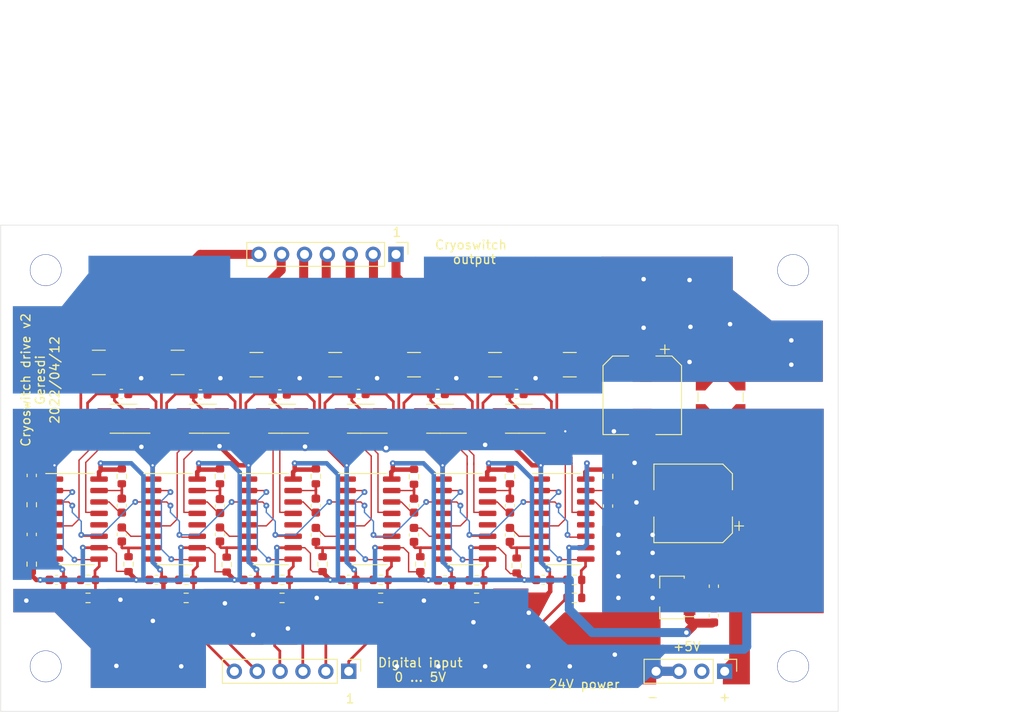
<source format=kicad_pcb>
(kicad_pcb (version 20171130) (host pcbnew "(5.1.11-2-g3484334d15)-1")
  (layers (0 F.Cu signal) (31 B.Cu signal) (34 B.Paste user) (35 F.Paste user) (36 B.SilkS user hide) (37 F.SilkS user) (38 B.Mask user) (39 F.Mask user hide) (44 Edge.Cuts user))
  (net 0 "")
  (net 1 VCC)
  (net 2 GND)
  (net 3 "Net-(C15-Pad1)")
  (net 4 +5V)
  (net 5 nRST)
  (net 6 "Net-(C18-Pad2)")
  (net 7 "Net-(C18-Pad1)")
  (net 8 "Net-(C19-Pad1)")
  (net 9 "Net-(C19-Pad2)")
  (net 10 "Net-(C21-Pad1)")
  (net 11 "Net-(C21-Pad2)")
  (net 12 "Net-(C22-Pad2)")
  (net 13 "Net-(C22-Pad1)")
  (net 14 "Net-(C24-Pad1)")
  (net 15 "Net-(C24-Pad2)")
  (net 16 "Net-(C25-Pad2)")
  (net 17 "Net-(C25-Pad1)")
  (net 18 "Net-(C27-Pad1)")
  (net 19 "Net-(C27-Pad2)")
  (net 20 "Net-(C28-Pad2)")
  (net 21 "Net-(C28-Pad1)")
  (net 22 "Net-(C30-Pad1)")
  (net 23 "Net-(C30-Pad2)")
  (net 24 "Net-(C31-Pad2)")
  (net 25 "Net-(C31-Pad1)")
  (net 26 "Net-(C33-Pad1)")
  (net 27 "Net-(C33-Pad2)")
  (net 28 "Net-(C34-Pad2)")
  (net 29 "Net-(C34-Pad1)")
  (net 30 "Net-(F1-Pad1)")
  (net 31 "Net-(F1-Pad2)")
  (net 32 "Net-(F2-Pad2)")
  (net 33 "Net-(F2-Pad1)")
  (net 34 "Net-(F3-Pad1)")
  (net 35 "Net-(F3-Pad2)")
  (net 36 "Net-(F4-Pad2)")
  (net 37 "Net-(F4-Pad1)")
  (net 38 "Net-(F5-Pad1)")
  (net 39 "Net-(F5-Pad2)")
  (net 40 "Net-(F6-Pad2)")
  (net 41 "Net-(F6-Pad1)")
  (net 42 "Net-(F7-Pad1)")
  (net 43 "Net-(F7-Pad2)")
  (net 44 "Net-(J3-Pad1)")
  (net 45 "Net-(J3-Pad2)")
  (net 46 "Net-(J3-Pad3)")
  (net 47 "Net-(J3-Pad4)")
  (net 48 "Net-(J3-Pad5)")
  (net 49 "Net-(J3-Pad6)")
  (net 50 "Net-(U1-Pad6)")
  (net 51 "Net-(U1-Pad5)")
  (net 52 "Net-(U3-Pad6)")
  (net 53 "Net-(U3-Pad5)")
  (net 54 "Net-(U5-Pad5)")
  (net 55 "Net-(U5-Pad6)")
  (net 56 "Net-(U7-Pad6)")
  (net 57 "Net-(U7-Pad5)")
  (net 58 "Net-(U10-Pad13)")
  (net 59 "Net-(U10-Pad5)")
  (net 60 "Net-(U11-Pad5)")
  (net 61 "Net-(U11-Pad6)")
  (net 62 "Net-(R20-Pad2)")
  (net 63 "Net-(R21-Pad2)")
  (net 64 "Net-(R10-Pad1)")
  (net 65 "Net-(R13-Pad1)")
  (net 66 "Net-(R16-Pad1)")
  (net 67 "Net-(R19-Pad1)")
  (module Resistor_SMD:R_0603_1608Metric (layer F.Cu) (at 99.7 104.4)
    (fp_text reference R25 hide)
    (fp_text value 330k hide)
    (pad 2 smd roundrect (at 0.825 0) (size 0.8 0.95) (layers F.Cu F.Paste F.Mask) (net 67 "Net-(R19-Pad1)"))
    (pad 1 smd roundrect (at -0.825 0) (size 0.8 0.95) (layers F.Cu F.Paste F.Mask) (net 2 GND))
  )
  (module Resistor_SMD:R_0603_1608Metric (layer F.Cu) (at 110.6 104.4)
    (fp_text reference R24 hide)
    (fp_text value 330k hide)
    (pad 2 smd roundrect (at 0.825 0) (size 0.8 0.95) (layers F.Cu F.Paste F.Mask) (net 66 "Net-(R16-Pad1)"))
    (pad 1 smd roundrect (at -0.825 0) (size 0.8 0.95) (layers F.Cu F.Paste F.Mask) (net 2 GND))
  )
  (module Resistor_SMD:R_0603_1608Metric (layer F.Cu) (at 121.25 104.4)
    (fp_text reference R23 hide)
    (fp_text value 330k hide)
    (pad 2 smd roundrect (at 0.825 0) (size 0.8 0.95) (layers F.Cu F.Paste F.Mask) (net 65 "Net-(R13-Pad1)"))
    (pad 1 smd roundrect (at -0.825 0) (size 0.8 0.95) (layers F.Cu F.Paste F.Mask) (net 2 GND))
  )
  (module Resistor_SMD:R_0603_1608Metric (layer F.Cu) (at 132.2 104.4)
    (fp_text reference R22 hide)
    (fp_text value 330k hide)
    (pad 2 smd roundrect (at 0.825 0) (size 0.8 0.95) (layers F.Cu F.Paste F.Mask) (net 64 "Net-(R10-Pad1)"))
    (pad 1 smd roundrect (at -0.825 0) (size 0.8 0.95) (layers F.Cu F.Paste F.Mask) (net 2 GND))
  )
  (module Resistor_SMD:R_0603_1608Metric (layer F.Cu) (at 142.85 104.45)
    (fp_text reference R21 hide)
    (fp_text value 330k hide)
    (pad 2 smd roundrect (at 0.825 0) (size 0.8 0.95) (layers F.Cu F.Paste F.Mask) (net 63 "Net-(R21-Pad2)"))
    (pad 1 smd roundrect (at -0.825 0) (size 0.8 0.95) (layers F.Cu F.Paste F.Mask) (net 2 GND))
  )
  (module Resistor_SMD:R_0603_1608Metric (layer F.Cu) (at 153.7 104.4)
    (fp_text reference R20 hide)
    (fp_text value 330k hide)
    (pad 2 smd roundrect (at 0.825 0) (size 0.8 0.95) (layers F.Cu F.Paste F.Mask) (net 62 "Net-(R20-Pad2)"))
    (pad 1 smd roundrect (at -0.825 0) (size 0.8 0.95) (layers F.Cu F.Paste F.Mask) (net 2 GND))
  )
  (module Capacitor_SMD:CP_Elec_8x10.5 (layer F.Cu) (at 161.25 83.9 270)
    (fp_text reference C1 hide)
    (fp_text value 100u hide)
    (pad 1 smd roundrect (at -3.7 0 270) (size 4.4 2.5) (layers F.Cu F.Paste F.Mask) (roundrect_rratio 0.1) (net 1 VCC))
    (pad 2 smd roundrect (at 3.7 0 270) (size 4.4 2.5) (layers F.Cu F.Paste F.Mask) (roundrect_rratio 0.1) (net 2 GND))
  )
  (module Capacitor_SMD:CP_Elec_8x10.5 (layer F.Cu) (at 166.9 95.9 180)
    (fp_text reference C2 hide)
    (fp_text value 100u hide)
    (pad 2 smd roundrect (at 3.7 0 180) (size 4.4 2.5) (layers F.Cu F.Paste F.Mask) (roundrect_rratio 0.1) (net 2 GND))
    (pad 1 smd roundrect (at -3.7 0 180) (size 4.4 2.5) (layers F.Cu F.Paste F.Mask) (roundrect_rratio 0.1) (net 3 "Net-(C15-Pad1)"))
  )
  (module Capacitor_SMD:C_0603_1608Metric (layer F.Cu) (at 147.3 83.75)
    (fp_text reference C3 hide)
    (fp_text value 100n hide)
    (pad 1 smd roundrect (at -0.775 0) (size 0.9 0.95) (layers F.Cu F.Paste F.Mask) (net 2 GND))
    (pad 2 smd roundrect (at 0.775 0) (size 0.9 0.95) (layers F.Cu F.Paste F.Mask) (net 1 VCC))
  )
  (module Capacitor_SMD:C_0603_1608Metric (layer F.Cu) (at 138.55 83.75)
    (fp_text reference C4 hide)
    (fp_text value 100n hide)
    (pad 1 smd roundrect (at -0.775 0) (size 0.9 0.95) (layers F.Cu F.Paste F.Mask) (net 2 GND))
    (pad 2 smd roundrect (at 0.775 0) (size 0.9 0.95) (layers F.Cu F.Paste F.Mask) (net 1 VCC))
  )
  (module Capacitor_SMD:C_0603_1608Metric (layer F.Cu) (at 129.75 83.75)
    (fp_text reference C5 hide)
    (fp_text value 100n hide)
    (pad 2 smd roundrect (at 0.775 0) (size 0.9 0.95) (layers F.Cu F.Paste F.Mask) (net 1 VCC))
    (pad 1 smd roundrect (at -0.775 0) (size 0.9 0.95) (layers F.Cu F.Paste F.Mask) (net 2 GND))
  )
  (module Capacitor_SMD:C_0603_1608Metric (layer F.Cu) (at 121 83.8)
    (fp_text reference C6 hide)
    (fp_text value 100n hide)
    (pad 2 smd roundrect (at 0.775 0) (size 0.9 0.95) (layers F.Cu F.Paste F.Mask) (net 1 VCC))
    (pad 1 smd roundrect (at -0.775 0) (size 0.9 0.95) (layers F.Cu F.Paste F.Mask) (net 2 GND))
  )
  (module Capacitor_SMD:C_0603_1608Metric (layer F.Cu) (at 112.2 83.8)
    (fp_text reference C7 hide)
    (fp_text value 100n hide)
    (pad 2 smd roundrect (at 0.775 0) (size 0.9 0.95) (layers F.Cu F.Paste F.Mask) (net 1 VCC))
    (pad 1 smd roundrect (at -0.775 0) (size 0.9 0.95) (layers F.Cu F.Paste F.Mask) (net 2 GND))
  )
  (module Capacitor_SMD:C_0603_1608Metric (layer F.Cu) (at 103.4 83.75)
    (fp_text reference C8 hide)
    (fp_text value 100n hide)
    (pad 2 smd roundrect (at 0.775 0) (size 0.9 0.95) (layers F.Cu F.Paste F.Mask) (net 1 VCC))
    (pad 1 smd roundrect (at -0.775 0) (size 0.9 0.95) (layers F.Cu F.Paste F.Mask) (net 2 GND))
  )
  (module Capacitor_SMD:C_0603_1608Metric (layer F.Cu) (at 150.25 104.4)
    (fp_text reference C9 hide)
    (fp_text value 100n hide)
    (pad 1 smd roundrect (at -0.775 0) (size 0.9 0.95) (layers F.Cu F.Paste F.Mask) (net 4 +5V))
    (pad 2 smd roundrect (at 0.775 0) (size 0.9 0.95) (layers F.Cu F.Paste F.Mask) (net 2 GND))
  )
  (module Capacitor_SMD:C_0603_1608Metric (layer F.Cu) (at 139.35 104.45)
    (fp_text reference C10 hide)
    (fp_text value 100n hide)
    (pad 2 smd roundrect (at 0.775 0) (size 0.9 0.95) (layers F.Cu F.Paste F.Mask) (net 2 GND))
    (pad 1 smd roundrect (at -0.775 0) (size 0.9 0.95) (layers F.Cu F.Paste F.Mask) (net 4 +5V))
  )
  (module Capacitor_SMD:C_0603_1608Metric (layer F.Cu) (at 128.65 104.4)
    (fp_text reference C11 hide)
    (fp_text value 100n hide)
    (pad 1 smd roundrect (at -0.775 0) (size 0.9 0.95) (layers F.Cu F.Paste F.Mask) (net 4 +5V))
    (pad 2 smd roundrect (at 0.775 0) (size 0.9 0.95) (layers F.Cu F.Paste F.Mask) (net 2 GND))
  )
  (module Capacitor_SMD:C_0603_1608Metric (layer F.Cu) (at 117.75 104.4)
    (fp_text reference C12 hide)
    (fp_text value 100n hide)
    (pad 1 smd roundrect (at -0.775 0) (size 0.9 0.95) (layers F.Cu F.Paste F.Mask) (net 4 +5V))
    (pad 2 smd roundrect (at 0.775 0) (size 0.9 0.95) (layers F.Cu F.Paste F.Mask) (net 2 GND))
  )
  (module Capacitor_SMD:C_0603_1608Metric (layer F.Cu) (at 107.3 104.4)
    (fp_text reference C13 hide)
    (fp_text value 100n hide)
    (pad 2 smd roundrect (at 0.775 0) (size 0.9 0.95) (layers F.Cu F.Paste F.Mask) (net 2 GND))
    (pad 1 smd roundrect (at -0.775 0) (size 0.9 0.95) (layers F.Cu F.Paste F.Mask) (net 4 +5V))
  )
  (module Capacitor_SMD:C_0603_1608Metric (layer F.Cu) (at 96.2 104.4)
    (fp_text reference C14 hide)
    (fp_text value 100n hide)
    (pad 1 smd roundrect (at -0.775 0) (size 0.9 0.95) (layers F.Cu F.Paste F.Mask) (net 4 +5V))
    (pad 2 smd roundrect (at 0.775 0) (size 0.9 0.95) (layers F.Cu F.Paste F.Mask) (net 2 GND))
  )
  (module Capacitor_SMD:C_0603_1608Metric (layer F.Cu) (at 169.2 105.1 270)
    (fp_text reference C15 hide)
    (fp_text value 1u hide)
    (pad 2 smd roundrect (at 0.775 0 270) (size 0.9 0.95) (layers F.Cu F.Paste F.Mask) (net 2 GND))
    (pad 1 smd roundrect (at -0.775 0 270) (size 0.9 0.95) (layers F.Cu F.Paste F.Mask) (net 3 "Net-(C15-Pad1)"))
  )
  (module Capacitor_SMD:C_0603_1608Metric (layer F.Cu) (at 169.2 108.35 90)
    (fp_text reference C16 hide)
    (fp_text value 100n hide)
    (pad 1 smd roundrect (at -0.775 0 90) (size 0.9 0.95) (layers F.Cu F.Paste F.Mask) (net 4 +5V))
    (pad 2 smd roundrect (at 0.775 0 90) (size 0.9 0.95) (layers F.Cu F.Paste F.Mask) (net 2 GND))
  )
  (module Capacitor_SMD:C_0603_1608Metric (layer F.Cu) (at 93.45 92.8 90)
    (fp_text reference C17 hide)
    (fp_text value 330n hide)
    (pad 1 smd roundrect (at -0.775 0 90) (size 0.9 0.95) (layers F.Cu F.Paste F.Mask) (net 5 nRST))
    (pad 2 smd roundrect (at 0.775 0 90) (size 0.9 0.95) (layers F.Cu F.Paste F.Mask) (net 2 GND))
  )
  (module Capacitor_SMD:C_0603_1608Metric (layer F.Cu) (at 146.55 99.4 90)
    (fp_text reference C18 hide)
    (fp_text value 100n hide)
    (pad 2 smd roundrect (at 0.775 0 90) (size 0.9 0.95) (layers F.Cu F.Paste F.Mask) (net 6 "Net-(C18-Pad2)"))
    (pad 1 smd roundrect (at -0.775 0 90) (size 0.9 0.95) (layers F.Cu F.Paste F.Mask) (net 7 "Net-(C18-Pad1)"))
  )
  (module Capacitor_SMD:C_0603_1608Metric (layer F.Cu) (at 157.45 96.2 270)
    (fp_text reference C19 hide)
    (fp_text value 100n hide)
    (pad 1 smd roundrect (at -0.775 0 270) (size 0.9 0.95) (layers F.Cu F.Paste F.Mask) (net 8 "Net-(C19-Pad1)"))
    (pad 2 smd roundrect (at 0.775 0 270) (size 0.9 0.95) (layers F.Cu F.Paste F.Mask) (net 9 "Net-(C19-Pad2)"))
  )
  (module Capacitor_SMD:C_0603_1608Metric (layer F.Cu) (at 135.9 99.4 90)
    (fp_text reference C21 hide)
    (fp_text value 100n hide)
    (pad 1 smd roundrect (at -0.775 0 90) (size 0.9 0.95) (layers F.Cu F.Paste F.Mask) (net 10 "Net-(C21-Pad1)"))
    (pad 2 smd roundrect (at 0.775 0 90) (size 0.9 0.95) (layers F.Cu F.Paste F.Mask) (net 11 "Net-(C21-Pad2)"))
  )
  (module Capacitor_SMD:C_0603_1608Metric (layer F.Cu) (at 146.55 96.15 270)
    (fp_text reference C22 hide)
    (fp_text value 100n hide)
    (pad 2 smd roundrect (at 0.775 0 270) (size 0.9 0.95) (layers F.Cu F.Paste F.Mask) (net 12 "Net-(C22-Pad2)"))
    (pad 1 smd roundrect (at -0.775 0 270) (size 0.9 0.95) (layers F.Cu F.Paste F.Mask) (net 13 "Net-(C22-Pad1)"))
  )
  (module Capacitor_SMD:C_0603_1608Metric (layer F.Cu) (at 125 99.4 90)
    (fp_text reference C24 hide)
    (fp_text value 100n hide)
    (pad 1 smd roundrect (at -0.775 0 90) (size 0.9 0.95) (layers F.Cu F.Paste F.Mask) (net 14 "Net-(C24-Pad1)"))
    (pad 2 smd roundrect (at 0.775 0 90) (size 0.9 0.95) (layers F.Cu F.Paste F.Mask) (net 15 "Net-(C24-Pad2)"))
  )
  (module Capacitor_SMD:C_0603_1608Metric (layer F.Cu) (at 135.9 96.15 270)
    (fp_text reference C25 hide)
    (fp_text value 100n hide)
    (pad 2 smd roundrect (at 0.775 0 270) (size 0.9 0.95) (layers F.Cu F.Paste F.Mask) (net 16 "Net-(C25-Pad2)"))
    (pad 1 smd roundrect (at -0.775 0 270) (size 0.9 0.95) (layers F.Cu F.Paste F.Mask) (net 17 "Net-(C25-Pad1)"))
  )
  (module Capacitor_SMD:C_0603_1608Metric (layer F.Cu) (at 114.35 99.35 90)
    (fp_text reference C27 hide)
    (fp_text value 100n hide)
    (pad 1 smd roundrect (at -0.775 0 90) (size 0.9 0.95) (layers F.Cu F.Paste F.Mask) (net 18 "Net-(C27-Pad1)"))
    (pad 2 smd roundrect (at 0.775 0 90) (size 0.9 0.95) (layers F.Cu F.Paste F.Mask) (net 19 "Net-(C27-Pad2)"))
  )
  (module Capacitor_SMD:C_0603_1608Metric (layer F.Cu) (at 125 96.15 270)
    (fp_text reference C28 hide)
    (fp_text value 100n hide)
    (pad 2 smd roundrect (at 0.775 0 270) (size 0.9 0.95) (layers F.Cu F.Paste F.Mask) (net 20 "Net-(C28-Pad2)"))
    (pad 1 smd roundrect (at -0.775 0 270) (size 0.9 0.95) (layers F.Cu F.Paste F.Mask) (net 21 "Net-(C28-Pad1)"))
  )
  (module Capacitor_SMD:C_0603_1608Metric (layer F.Cu) (at 103.45 99.35 90)
    (fp_text reference C30 hide)
    (fp_text value 100n hide)
    (pad 1 smd roundrect (at -0.775 0 90) (size 0.9 0.95) (layers F.Cu F.Paste F.Mask) (net 22 "Net-(C30-Pad1)"))
    (pad 2 smd roundrect (at 0.775 0 90) (size 0.9 0.95) (layers F.Cu F.Paste F.Mask) (net 23 "Net-(C30-Pad2)"))
  )
  (module Capacitor_SMD:C_0603_1608Metric (layer F.Cu) (at 114.35 96.2 270)
    (fp_text reference C31 hide)
    (fp_text value 100n hide)
    (pad 2 smd roundrect (at 0.775 0 270) (size 0.9 0.95) (layers F.Cu F.Paste F.Mask) (net 24 "Net-(C31-Pad2)"))
    (pad 1 smd roundrect (at -0.775 0 270) (size 0.9 0.95) (layers F.Cu F.Paste F.Mask) (net 25 "Net-(C31-Pad1)"))
  )
  (module Capacitor_SMD:C_0603_1608Metric (layer F.Cu) (at 93.45 99.35 90)
    (fp_text reference C33 hide)
    (fp_text value 100n hide)
    (pad 1 smd roundrect (at -0.775 0 90) (size 0.9 0.95) (layers F.Cu F.Paste F.Mask) (net 26 "Net-(C33-Pad1)"))
    (pad 2 smd roundrect (at 0.775 0 90) (size 0.9 0.95) (layers F.Cu F.Paste F.Mask) (net 27 "Net-(C33-Pad2)"))
  )
  (module Capacitor_SMD:C_0603_1608Metric (layer F.Cu) (at 103.45 96.15 270)
    (fp_text reference C34 hide)
    (fp_text value 100n hide)
    (pad 2 smd roundrect (at 0.775 0 270) (size 0.9 0.95) (layers F.Cu F.Paste F.Mask) (net 28 "Net-(C34-Pad2)"))
    (pad 1 smd roundrect (at -0.775 0 270) (size 0.9 0.95) (layers F.Cu F.Paste F.Mask) (net 29 "Net-(C34-Pad1)"))
  )
  (module Resistor_SMD:R_1210_3225Metric (layer F.Cu) (at 153.2 80.5 180)
    (fp_text reference F1 hide)
    (fp_text value MF-USHT020KX-2 hide)
    (pad 1 smd roundrect (at -1.4625 0 180) (size 1.125 2.65) (layers F.Cu F.Paste F.Mask) (roundrect_rratio 0.222222) (net 30 "Net-(F1-Pad1)"))
    (pad 2 smd roundrect (at 1.4625 0 180) (size 1.125 2.65) (layers F.Cu F.Paste F.Mask) (roundrect_rratio 0.222222) (net 31 "Net-(F1-Pad2)"))
  )
  (module Resistor_SMD:R_1210_3225Metric (layer F.Cu) (at 144.9 80.5 180)
    (fp_text reference F2 hide)
    (fp_text value MF-USHT020KX-2 hide)
    (pad 2 smd roundrect (at 1.4625 0 180) (size 1.125 2.65) (layers F.Cu F.Paste F.Mask) (roundrect_rratio 0.222222) (net 32 "Net-(F2-Pad2)"))
    (pad 1 smd roundrect (at -1.4625 0 180) (size 1.125 2.65) (layers F.Cu F.Paste F.Mask) (roundrect_rratio 0.222222) (net 33 "Net-(F2-Pad1)"))
  )
  (module Resistor_SMD:R_1210_3225Metric (layer F.Cu) (at 135.9 80.5 180)
    (fp_text reference F3 hide)
    (fp_text value MF-USHT020KX-2 hide)
    (pad 1 smd roundrect (at -1.4625 0 180) (size 1.125 2.65) (layers F.Cu F.Paste F.Mask) (roundrect_rratio 0.222222) (net 34 "Net-(F3-Pad1)"))
    (pad 2 smd roundrect (at 1.4625 0 180) (size 1.125 2.65) (layers F.Cu F.Paste F.Mask) (roundrect_rratio 0.222222) (net 35 "Net-(F3-Pad2)"))
  )
  (module Resistor_SMD:R_1210_3225Metric (layer F.Cu) (at 127.15 80.5 180)
    (fp_text reference F4 hide)
    (fp_text value MF-USHT020KX-2 hide)
    (pad 2 smd roundrect (at 1.4625 0 180) (size 1.125 2.65) (layers F.Cu F.Paste F.Mask) (roundrect_rratio 0.222222) (net 36 "Net-(F4-Pad2)"))
    (pad 1 smd roundrect (at -1.4625 0 180) (size 1.125 2.65) (layers F.Cu F.Paste F.Mask) (roundrect_rratio 0.222222) (net 37 "Net-(F4-Pad1)"))
  )
  (module Resistor_SMD:R_1210_3225Metric (layer F.Cu) (at 118.4 80.5 180)
    (fp_text reference F5 hide)
    (fp_text value MF-USHT020KX-2 hide)
    (pad 1 smd roundrect (at -1.4625 0 180) (size 1.125 2.65) (layers F.Cu F.Paste F.Mask) (roundrect_rratio 0.222222) (net 38 "Net-(F5-Pad1)"))
    (pad 2 smd roundrect (at 1.4625 0 180) (size 1.125 2.65) (layers F.Cu F.Paste F.Mask) (roundrect_rratio 0.222222) (net 39 "Net-(F5-Pad2)"))
  )
  (module Resistor_SMD:R_1210_3225Metric (layer F.Cu) (at 109.65 80.25 180)
    (fp_text reference F6 hide)
    (fp_text value MF-USHT020KX-2 hide)
    (pad 2 smd roundrect (at 1.4625 0 180) (size 1.125 2.65) (layers F.Cu F.Paste F.Mask) (roundrect_rratio 0.222222) (net 40 "Net-(F6-Pad2)"))
    (pad 1 smd roundrect (at -1.4625 0 180) (size 1.125 2.65) (layers F.Cu F.Paste F.Mask) (roundrect_rratio 0.222222) (net 41 "Net-(F6-Pad1)"))
  )
  (module Resistor_SMD:R_1210_3225Metric (layer F.Cu) (at 100.9 80.25 180)
    (fp_text reference F7 hide)
    (fp_text value MF-USHT020KX-2 hide)
    (pad 1 smd roundrect (at -1.4625 0 180) (size 1.125 2.65) (layers F.Cu F.Paste F.Mask) (roundrect_rratio 0.222222) (net 42 "Net-(F7-Pad1)"))
    (pad 2 smd roundrect (at 1.4625 0 180) (size 1.125 2.65) (layers F.Cu F.Paste F.Mask) (roundrect_rratio 0.222222) (net 43 "Net-(F7-Pad2)"))
  )
  (module Connector_PinHeader_2.54mm:PinHeader_1x07_P2.54mm_Vertical (layer F.Cu) (at 133.9 68.25 270)
    (fp_text reference J1 hide)
    (fp_text value "to switch connections" hide)
    (pad 1 thru_hole rect (at 0 0 270) (size 1.7 1.7) (drill 1) (layers *.Cu *.Mask) (net 30 "Net-(F1-Pad1)"))
    (pad 2 thru_hole oval (at 0 2.54 270) (size 1.7 1.7) (drill 1) (layers *.Cu *.Mask) (net 33 "Net-(F2-Pad1)"))
    (pad 3 thru_hole oval (at 0 5.08 270) (size 1.7 1.7) (drill 1) (layers *.Cu *.Mask) (net 34 "Net-(F3-Pad1)"))
    (pad 4 thru_hole oval (at 0 7.62 270) (size 1.7 1.7) (drill 1) (layers *.Cu *.Mask) (net 37 "Net-(F4-Pad1)"))
    (pad 5 thru_hole oval (at 0 10.16 270) (size 1.7 1.7) (drill 1) (layers *.Cu *.Mask) (net 38 "Net-(F5-Pad1)"))
    (pad 6 thru_hole oval (at 0 12.7 270) (size 1.7 1.7) (drill 1) (layers *.Cu *.Mask) (net 41 "Net-(F6-Pad1)"))
    (pad 7 thru_hole oval (at 0 15.24 270) (size 1.7 1.7) (drill 1) (layers *.Cu *.Mask) (net 42 "Net-(F7-Pad1)"))
  )
  (module Connector_PinHeader_2.54mm:PinHeader_1x04_P2.54mm_Vertical (layer F.Cu) (at 170.4 114.55 270)
    (fp_text reference J2 hide)
    (fp_text value battery hide)
    (pad 1 thru_hole rect (at 0 0 270) (size 1.7 1.7) (drill 1) (layers *.Cu *.Mask) (net 3 "Net-(C15-Pad1)"))
    (pad 2 thru_hole oval (at 0 2.54 270) (size 1.7 1.7) (drill 1) (layers *.Cu *.Mask))
    (pad 3 thru_hole oval (at 0 5.08 270) (size 1.7 1.7) (drill 1) (layers *.Cu *.Mask) (net 2 GND))
    (pad 4 thru_hole oval (at 0 7.62 270) (size 1.7 1.7) (drill 1) (layers *.Cu *.Mask) (net 2 GND))
  )
  (module Connector_PinHeader_2.54mm:PinHeader_1x06_P2.54mm_Vertical (layer F.Cu) (at 128.65 114.55 270)
    (fp_text reference J3 hide)
    (fp_text value "control input" hide)
    (pad 1 thru_hole rect (at 0 0 270) (size 1.7 1.7) (drill 1) (layers *.Cu *.Mask) (net 44 "Net-(J3-Pad1)"))
    (pad 2 thru_hole oval (at 0 2.54 270) (size 1.7 1.7) (drill 1) (layers *.Cu *.Mask) (net 45 "Net-(J3-Pad2)"))
    (pad 3 thru_hole oval (at 0 5.08 270) (size 1.7 1.7) (drill 1) (layers *.Cu *.Mask) (net 46 "Net-(J3-Pad3)"))
    (pad 4 thru_hole oval (at 0 7.62 270) (size 1.7 1.7) (drill 1) (layers *.Cu *.Mask) (net 47 "Net-(J3-Pad4)"))
    (pad 5 thru_hole oval (at 0 10.16 270) (size 1.7 1.7) (drill 1) (layers *.Cu *.Mask) (net 48 "Net-(J3-Pad5)"))
    (pad 6 thru_hole oval (at 0 12.7 270) (size 1.7 1.7) (drill 1) (layers *.Cu *.Mask) (net 49 "Net-(J3-Pad6)"))
  )
  (module Inductor_SMD:L_Coilcraft_LPS5030 (layer F.Cu) (at 169.95 84.1225 270)
    (fp_text reference L1 hide)
    (fp_text value 100uH hide)
    (pad 1 smd custom (at -2.2275 0 270) (size 1.055 3.4) (layers F.Cu F.Paste F.Mask) (net 1 VCC) (options (clearance outline) (anchor rect)) (primitives (gr_poly (pts (xy 1.4675 -1.7) (xy 0.5275 -0.8445) (xy 0.5275 0.8445) (xy 1.4675 1.7) (xy 1.4675 2.755) (xy 0.5275 2.755) (xy -0.5275 1.7) (xy -0.5275 -1.7) (xy 0.5275 -2.755) (xy 1.4675 -2.755)) (width 0))))
    (pad 2 smd custom (at 2.2275 0 270) (size 1.055 3.4) (layers F.Cu F.Paste F.Mask) (net 3 "Net-(C15-Pad1)") (options (clearance outline) (anchor rect)) (primitives (gr_poly (pts (xy -1.4675 -1.7) (xy -0.5275 -0.8445) (xy -0.5275 0.8445) (xy -1.4675 1.7) (xy -1.4675 2.755) (xy -0.5275 2.755) (xy 0.5275 1.7) (xy 0.5275 -1.7) (xy -0.5275 -2.755) (xy -1.4675 -2.755)) (width 0))))
  )
  (module Resistor_SMD:R_0603_1608Metric (layer F.Cu) (at 93.45 96.05 90)
    (fp_text reference R1 hide)
    (fp_text value 50k hide)
    (pad 1 smd roundrect (at -0.825 0 90) (size 0.8 0.95) (layers F.Cu F.Paste F.Mask) (net 4 +5V))
    (pad 2 smd roundrect (at 0.825 0 90) (size 0.8 0.95) (layers F.Cu F.Paste F.Mask) (net 5 nRST))
  )
  (module Resistor_SMD:R_0603_1608Metric (layer F.Cu) (at 157.45 92.9 270)
    (fp_text reference R2 hide)
    (fp_text value 150k hide)
    (pad 1 smd roundrect (at -0.825 0 270) (size 0.8 0.95) (layers F.Cu F.Paste F.Mask) (net 4 +5V))
    (pad 2 smd roundrect (at 0.825 0 270) (size 0.8 0.95) (layers F.Cu F.Paste F.Mask) (net 8 "Net-(C19-Pad1)"))
  )
  (module Resistor_SMD:R_0603_1608Metric (layer F.Cu) (at 147.3 102.8 90)
    (fp_text reference R3 hide)
    (fp_text value 150k hide)
    (pad 1 smd roundrect (at -0.825 0 90) (size 0.8 0.95) (layers F.Cu F.Paste F.Mask) (net 4 +5V))
    (pad 2 smd roundrect (at 0.825 0 90) (size 0.8 0.95) (layers F.Cu F.Paste F.Mask) (net 7 "Net-(C18-Pad1)"))
  )
  (module Resistor_SMD:R_0603_1608Metric (layer F.Cu) (at 153.7 106.4 180)
    (fp_text reference R4 hide)
    (fp_text value 47 hide)
    (pad 1 smd roundrect (at -0.825 0 180) (size 0.8 0.95) (layers F.Cu F.Paste F.Mask) (net 62 "Net-(R20-Pad2)"))
    (pad 2 smd roundrect (at 0.825 0 180) (size 0.8 0.95) (layers F.Cu F.Paste F.Mask) (net 44 "Net-(J3-Pad1)"))
  )
  (module Resistor_SMD:R_0603_1608Metric (layer F.Cu) (at 146.55 92.9 270)
    (fp_text reference R5 hide)
    (fp_text value 150k hide)
    (pad 2 smd roundrect (at 0.825 0 270) (size 0.8 0.95) (layers F.Cu F.Paste F.Mask) (net 13 "Net-(C22-Pad1)"))
    (pad 1 smd roundrect (at -0.825 0 270) (size 0.8 0.95) (layers F.Cu F.Paste F.Mask) (net 4 +5V))
  )
  (module Resistor_SMD:R_0603_1608Metric (layer F.Cu) (at 136.6 102.65 90)
    (fp_text reference R6 hide)
    (fp_text value 150k hide)
    (pad 1 smd roundrect (at -0.825 0 90) (size 0.8 0.95) (layers F.Cu F.Paste F.Mask) (net 4 +5V))
    (pad 2 smd roundrect (at 0.825 0 90) (size 0.8 0.95) (layers F.Cu F.Paste F.Mask) (net 10 "Net-(C21-Pad1)"))
  )
  (module Resistor_SMD:R_0603_1608Metric (layer F.Cu) (at 142.85 106.4 180)
    (fp_text reference R7 hide)
    (fp_text value 47 hide)
    (pad 2 smd roundrect (at 0.825 0 180) (size 0.8 0.95) (layers F.Cu F.Paste F.Mask) (net 45 "Net-(J3-Pad2)"))
    (pad 1 smd roundrect (at -0.825 0 180) (size 0.8 0.95) (layers F.Cu F.Paste F.Mask) (net 63 "Net-(R21-Pad2)"))
  )
  (module Resistor_SMD:R_0603_1608Metric (layer F.Cu) (at 135.9 92.95 270)
    (fp_text reference R8 hide)
    (fp_text value 150k hide)
    (pad 2 smd roundrect (at 0.825 0 270) (size 0.8 0.95) (layers F.Cu F.Paste F.Mask) (net 17 "Net-(C25-Pad1)"))
    (pad 1 smd roundrect (at -0.825 0 270) (size 0.8 0.95) (layers F.Cu F.Paste F.Mask) (net 4 +5V))
  )
  (module Resistor_SMD:R_0603_1608Metric (layer F.Cu) (at 125.75 102.65 90)
    (fp_text reference R9 hide)
    (fp_text value 150k hide)
    (pad 2 smd roundrect (at 0.825 0 90) (size 0.8 0.95) (layers F.Cu F.Paste F.Mask) (net 14 "Net-(C24-Pad1)"))
    (pad 1 smd roundrect (at -0.825 0 90) (size 0.8 0.95) (layers F.Cu F.Paste F.Mask) (net 4 +5V))
  )
  (module Resistor_SMD:R_0603_1608Metric (layer F.Cu) (at 132.2 106.4 180)
    (fp_text reference R10 hide)
    (fp_text value 47 hide)
    (pad 1 smd roundrect (at -0.825 0 180) (size 0.8 0.95) (layers F.Cu F.Paste F.Mask) (net 64 "Net-(R10-Pad1)"))
    (pad 2 smd roundrect (at 0.825 0 180) (size 0.8 0.95) (layers F.Cu F.Paste F.Mask) (net 46 "Net-(J3-Pad3)"))
  )
  (module Resistor_SMD:R_0603_1608Metric (layer F.Cu) (at 125 92.9 270)
    (fp_text reference R11 hide)
    (fp_text value 150k hide)
    (pad 1 smd roundrect (at -0.825 0 270) (size 0.8 0.95) (layers F.Cu F.Paste F.Mask) (net 4 +5V))
    (pad 2 smd roundrect (at 0.825 0 270) (size 0.8 0.95) (layers F.Cu F.Paste F.Mask) (net 21 "Net-(C28-Pad1)"))
  )
  (module Resistor_SMD:R_0603_1608Metric (layer F.Cu) (at 115.1 102.7 90)
    (fp_text reference R12 hide)
    (fp_text value 150k hide)
    (pad 2 smd roundrect (at 0.825 0 90) (size 0.8 0.95) (layers F.Cu F.Paste F.Mask) (net 18 "Net-(C27-Pad1)"))
    (pad 1 smd roundrect (at -0.825 0 90) (size 0.8 0.95) (layers F.Cu F.Paste F.Mask) (net 4 +5V))
  )
  (module Resistor_SMD:R_0603_1608Metric (layer F.Cu) (at 121.25 106.4 180)
    (fp_text reference R13 hide)
    (fp_text value 47 hide)
    (pad 2 smd roundrect (at 0.825 0 180) (size 0.8 0.95) (layers F.Cu F.Paste F.Mask) (net 47 "Net-(J3-Pad4)"))
    (pad 1 smd roundrect (at -0.825 0 180) (size 0.8 0.95) (layers F.Cu F.Paste F.Mask) (net 65 "Net-(R13-Pad1)"))
  )
  (module Resistor_SMD:R_0603_1608Metric (layer F.Cu) (at 114.35 92.9 270)
    (fp_text reference R14 hide)
    (fp_text value 150k hide)
    (pad 1 smd roundrect (at -0.825 0 270) (size 0.8 0.95) (layers F.Cu F.Paste F.Mask) (net 4 +5V))
    (pad 2 smd roundrect (at 0.825 0 270) (size 0.8 0.95) (layers F.Cu F.Paste F.Mask) (net 25 "Net-(C31-Pad1)"))
  )
  (module Resistor_SMD:R_0603_1608Metric (layer F.Cu) (at 104.2 102.65 90)
    (fp_text reference R15 hide)
    (fp_text value 150k hide)
    (pad 2 smd roundrect (at 0.825 0 90) (size 0.8 0.95) (layers F.Cu F.Paste F.Mask) (net 22 "Net-(C30-Pad1)"))
    (pad 1 smd roundrect (at -0.825 0 90) (size 0.8 0.95) (layers F.Cu F.Paste F.Mask) (net 4 +5V))
  )
  (module Resistor_SMD:R_0603_1608Metric (layer F.Cu) (at 110.6 106.4 180)
    (fp_text reference R16 hide)
    (fp_text value 47 hide)
    (pad 2 smd roundrect (at 0.825 0 180) (size 0.8 0.95) (layers F.Cu F.Paste F.Mask) (net 48 "Net-(J3-Pad5)"))
    (pad 1 smd roundrect (at -0.825 0 180) (size 0.8 0.95) (layers F.Cu F.Paste F.Mask) (net 66 "Net-(R16-Pad1)"))
  )
  (module Resistor_SMD:R_0603_1608Metric (layer F.Cu) (at 103.45 92.9 270)
    (fp_text reference R17 hide)
    (fp_text value 150k hide)
    (pad 1 smd roundrect (at -0.825 0 270) (size 0.8 0.95) (layers F.Cu F.Paste F.Mask) (net 4 +5V))
    (pad 2 smd roundrect (at 0.825 0 270) (size 0.8 0.95) (layers F.Cu F.Paste F.Mask) (net 29 "Net-(C34-Pad1)"))
  )
  (module Resistor_SMD:R_0603_1608Metric (layer F.Cu) (at 93.45 102.65 90)
    (fp_text reference R18 hide)
    (fp_text value 150k hide)
    (pad 2 smd roundrect (at 0.825 0 90) (size 0.8 0.95) (layers F.Cu F.Paste F.Mask) (net 26 "Net-(C33-Pad1)"))
    (pad 1 smd roundrect (at -0.825 0 90) (size 0.8 0.95) (layers F.Cu F.Paste F.Mask) (net 4 +5V))
  )
  (module Resistor_SMD:R_0603_1608Metric (layer F.Cu) (at 99.7 106.4 180)
    (fp_text reference R19 hide)
    (fp_text value 47 hide)
    (pad 1 smd roundrect (at -0.825 0 180) (size 0.8 0.95) (layers F.Cu F.Paste F.Mask) (net 67 "Net-(R19-Pad1)"))
    (pad 2 smd roundrect (at 0.825 0 180) (size 0.8 0.95) (layers F.Cu F.Paste F.Mask) (net 49 "Net-(J3-Pad6)"))
  )
  (module Package_SO:MSOP-8_3x3mm_P0.65mm (layer F.Cu) (at 147.55 86.5 180)
    (fp_text reference U1 hide)
    (fp_text value BD62105 hide)
    (pad 8 smd roundrect (at 2.1125 -0.975 180) (size 1.625 0.4) (layers F.Cu F.Paste F.Mask) (net 32 "Net-(F2-Pad2)"))
    (pad 7 smd roundrect (at 2.1125 -0.325 180) (size 1.625 0.4) (layers F.Cu F.Paste F.Mask) (net 2 GND))
    (pad 6 smd roundrect (at 2.1125 0.325 180) (size 1.625 0.4) (layers F.Cu F.Paste F.Mask) (net 50 "Net-(U1-Pad6)"))
    (pad 5 smd roundrect (at 2.1125 0.975 180) (size 1.625 0.4) (layers F.Cu F.Paste F.Mask) (net 51 "Net-(U1-Pad5)"))
    (pad 4 smd roundrect (at -2.1125 0.975 180) (size 1.625 0.4) (layers F.Cu F.Paste F.Mask) (net 2 GND))
    (pad 3 smd roundrect (at -2.1125 0.325 180) (size 1.625 0.4) (layers F.Cu F.Paste F.Mask) (net 1 VCC))
    (pad 2 smd roundrect (at -2.1125 -0.325 180) (size 1.625 0.4) (layers F.Cu F.Paste F.Mask) (net 31 "Net-(F1-Pad2)"))
    (pad 1 smd roundrect (at -2.1125 -0.975 180) (size 1.625 0.4) (layers F.Cu F.Paste F.Mask) (net 2 GND))
  )
  (module Package_SO:SOIC-16_3.9x9.9mm_P1.27mm (layer F.Cu) (at 152.5 97.65)
    (fp_text reference U2 hide)
    (fp_text value 74LV221A hide)
    (pad 16 smd roundrect (at 2.475 -4.445) (size 1.95 0.6) (layers F.Cu F.Paste F.Mask) (net 4 +5V))
    (pad 15 smd roundrect (at 2.475 -3.175) (size 1.95 0.6) (layers F.Cu F.Paste F.Mask) (net 8 "Net-(C19-Pad1)"))
    (pad 14 smd roundrect (at 2.475 -1.905) (size 1.95 0.6) (layers F.Cu F.Paste F.Mask) (net 9 "Net-(C19-Pad2)"))
    (pad 13 smd roundrect (at 2.475 -0.635) (size 1.95 0.6) (layers F.Cu F.Paste F.Mask) (net 51 "Net-(U1-Pad5)"))
    (pad 12 smd roundrect (at 2.475 0.635) (size 1.95 0.6) (layers F.Cu F.Paste F.Mask))
    (pad 11 smd roundrect (at 2.475 1.905) (size 1.95 0.6) (layers F.Cu F.Paste F.Mask) (net 5 nRST))
    (pad 10 smd roundrect (at 2.475 3.175) (size 1.95 0.6) (layers F.Cu F.Paste F.Mask) (net 4 +5V))
    (pad 9 smd roundrect (at 2.475 4.445) (size 1.95 0.6) (layers F.Cu F.Paste F.Mask) (net 62 "Net-(R20-Pad2)"))
    (pad 8 smd roundrect (at -2.475 4.445) (size 1.95 0.6) (layers F.Cu F.Paste F.Mask) (net 2 GND))
    (pad 7 smd roundrect (at -2.475 3.175) (size 1.95 0.6) (layers F.Cu F.Paste F.Mask) (net 7 "Net-(C18-Pad1)"))
    (pad 6 smd roundrect (at -2.475 1.905) (size 1.95 0.6) (layers F.Cu F.Paste F.Mask) (net 6 "Net-(C18-Pad2)"))
    (pad 5 smd roundrect (at -2.475 0.635) (size 1.95 0.6) (layers F.Cu F.Paste F.Mask) (net 50 "Net-(U1-Pad6)"))
    (pad 4 smd roundrect (at -2.475 -0.635) (size 1.95 0.6) (layers F.Cu F.Paste F.Mask))
    (pad 3 smd roundrect (at -2.475 -1.905) (size 1.95 0.6) (layers F.Cu F.Paste F.Mask) (net 5 nRST))
    (pad 2 smd roundrect (at -2.475 -3.175) (size 1.95 0.6) (layers F.Cu F.Paste F.Mask) (net 62 "Net-(R20-Pad2)"))
    (pad 1 smd roundrect (at -2.475 -4.445) (size 1.95 0.6) (layers F.Cu F.Paste F.Mask) (net 2 GND))
  )
  (module Package_SO:MSOP-8_3x3mm_P0.65mm (layer F.Cu) (at 138.8 86.5 180)
    (fp_text reference U3 hide)
    (fp_text value BD62105 hide)
    (pad 8 smd roundrect (at 2.1125 -0.975 180) (size 1.625 0.4) (layers F.Cu F.Paste F.Mask) (net 35 "Net-(F3-Pad2)"))
    (pad 7 smd roundrect (at 2.1125 -0.325 180) (size 1.625 0.4) (layers F.Cu F.Paste F.Mask) (net 2 GND))
    (pad 6 smd roundrect (at 2.1125 0.325 180) (size 1.625 0.4) (layers F.Cu F.Paste F.Mask) (net 52 "Net-(U3-Pad6)"))
    (pad 5 smd roundrect (at 2.1125 0.975 180) (size 1.625 0.4) (layers F.Cu F.Paste F.Mask) (net 53 "Net-(U3-Pad5)"))
    (pad 4 smd roundrect (at -2.1125 0.975 180) (size 1.625 0.4) (layers F.Cu F.Paste F.Mask) (net 2 GND))
    (pad 3 smd roundrect (at -2.1125 0.325 180) (size 1.625 0.4) (layers F.Cu F.Paste F.Mask) (net 1 VCC))
    (pad 2 smd roundrect (at -2.1125 -0.325 180) (size 1.625 0.4) (layers F.Cu F.Paste F.Mask) (net 32 "Net-(F2-Pad2)"))
    (pad 1 smd roundrect (at -2.1125 -0.975 180) (size 1.625 0.4) (layers F.Cu F.Paste F.Mask) (net 2 GND))
  )
  (module Package_SO:SOIC-16_3.9x9.9mm_P1.27mm (layer F.Cu) (at 141.6 97.65)
    (fp_text reference U4 hide)
    (fp_text value 74LV221A hide)
    (pad 1 smd roundrect (at -2.475 -4.445) (size 1.95 0.6) (layers F.Cu F.Paste F.Mask) (net 2 GND))
    (pad 2 smd roundrect (at -2.475 -3.175) (size 1.95 0.6) (layers F.Cu F.Paste F.Mask) (net 63 "Net-(R21-Pad2)"))
    (pad 3 smd roundrect (at -2.475 -1.905) (size 1.95 0.6) (layers F.Cu F.Paste F.Mask) (net 5 nRST))
    (pad 4 smd roundrect (at -2.475 -0.635) (size 1.95 0.6) (layers F.Cu F.Paste F.Mask))
    (pad 5 smd roundrect (at -2.475 0.635) (size 1.95 0.6) (layers F.Cu F.Paste F.Mask) (net 52 "Net-(U3-Pad6)"))
    (pad 6 smd roundrect (at -2.475 1.905) (size 1.95 0.6) (layers F.Cu F.Paste F.Mask) (net 11 "Net-(C21-Pad2)"))
    (pad 7 smd roundrect (at -2.475 3.175) (size 1.95 0.6) (layers F.Cu F.Paste F.Mask) (net 10 "Net-(C21-Pad1)"))
    (pad 8 smd roundrect (at -2.475 4.445) (size 1.95 0.6) (layers F.Cu F.Paste F.Mask) (net 2 GND))
    (pad 9 smd roundrect (at 2.475 4.445) (size 1.95 0.6) (layers F.Cu F.Paste F.Mask) (net 63 "Net-(R21-Pad2)"))
    (pad 10 smd roundrect (at 2.475 3.175) (size 1.95 0.6) (layers F.Cu F.Paste F.Mask) (net 4 +5V))
    (pad 11 smd roundrect (at 2.475 1.905) (size 1.95 0.6) (layers F.Cu F.Paste F.Mask) (net 5 nRST))
    (pad 12 smd roundrect (at 2.475 0.635) (size 1.95 0.6) (layers F.Cu F.Paste F.Mask))
    (pad 13 smd roundrect (at 2.475 -0.635) (size 1.95 0.6) (layers F.Cu F.Paste F.Mask) (net 53 "Net-(U3-Pad5)"))
    (pad 14 smd roundrect (at 2.475 -1.905) (size 1.95 0.6) (layers F.Cu F.Paste F.Mask) (net 12 "Net-(C22-Pad2)"))
    (pad 15 smd roundrect (at 2.475 -3.175) (size 1.95 0.6) (layers F.Cu F.Paste F.Mask) (net 13 "Net-(C22-Pad1)"))
    (pad 16 smd roundrect (at 2.475 -4.445) (size 1.95 0.6) (layers F.Cu F.Paste F.Mask) (net 4 +5V))
  )
  (module Package_SO:MSOP-8_3x3mm_P0.65mm (layer F.Cu) (at 130 86.5 180)
    (fp_text reference U5 hide)
    (fp_text value BD62105 hide)
    (pad 1 smd roundrect (at -2.1125 -0.975 180) (size 1.625 0.4) (layers F.Cu F.Paste F.Mask) (net 2 GND))
    (pad 2 smd roundrect (at -2.1125 -0.325 180) (size 1.625 0.4) (layers F.Cu F.Paste F.Mask) (net 35 "Net-(F3-Pad2)"))
    (pad 3 smd roundrect (at -2.1125 0.325 180) (size 1.625 0.4) (layers F.Cu F.Paste F.Mask) (net 1 VCC))
    (pad 4 smd roundrect (at -2.1125 0.975 180) (size 1.625 0.4) (layers F.Cu F.Paste F.Mask) (net 2 GND))
    (pad 5 smd roundrect (at 2.1125 0.975 180) (size 1.625 0.4) (layers F.Cu F.Paste F.Mask) (net 54 "Net-(U5-Pad5)"))
    (pad 6 smd roundrect (at 2.1125 0.325 180) (size 1.625 0.4) (layers F.Cu F.Paste F.Mask) (net 55 "Net-(U5-Pad6)"))
    (pad 7 smd roundrect (at 2.1125 -0.325 180) (size 1.625 0.4) (layers F.Cu F.Paste F.Mask) (net 2 GND))
    (pad 8 smd roundrect (at 2.1125 -0.975 180) (size 1.625 0.4) (layers F.Cu F.Paste F.Mask) (net 36 "Net-(F4-Pad2)"))
  )
  (module Package_SO:SOIC-16_3.9x9.9mm_P1.27mm (layer F.Cu) (at 130.95 97.65)
    (fp_text reference U6 hide)
    (fp_text value 74LV221A hide)
    (pad 16 smd roundrect (at 2.475 -4.445) (size 1.95 0.6) (layers F.Cu F.Paste F.Mask) (net 4 +5V))
    (pad 15 smd roundrect (at 2.475 -3.175) (size 1.95 0.6) (layers F.Cu F.Paste F.Mask) (net 17 "Net-(C25-Pad1)"))
    (pad 14 smd roundrect (at 2.475 -1.905) (size 1.95 0.6) (layers F.Cu F.Paste F.Mask) (net 16 "Net-(C25-Pad2)"))
    (pad 13 smd roundrect (at 2.475 -0.635) (size 1.95 0.6) (layers F.Cu F.Paste F.Mask) (net 54 "Net-(U5-Pad5)"))
    (pad 12 smd roundrect (at 2.475 0.635) (size 1.95 0.6) (layers F.Cu F.Paste F.Mask))
    (pad 11 smd roundrect (at 2.475 1.905) (size 1.95 0.6) (layers F.Cu F.Paste F.Mask) (net 5 nRST))
    (pad 10 smd roundrect (at 2.475 3.175) (size 1.95 0.6) (layers F.Cu F.Paste F.Mask) (net 4 +5V))
    (pad 9 smd roundrect (at 2.475 4.445) (size 1.95 0.6) (layers F.Cu F.Paste F.Mask) (net 64 "Net-(R10-Pad1)"))
    (pad 8 smd roundrect (at -2.475 4.445) (size 1.95 0.6) (layers F.Cu F.Paste F.Mask) (net 2 GND))
    (pad 7 smd roundrect (at -2.475 3.175) (size 1.95 0.6) (layers F.Cu F.Paste F.Mask) (net 14 "Net-(C24-Pad1)"))
    (pad 6 smd roundrect (at -2.475 1.905) (size 1.95 0.6) (layers F.Cu F.Paste F.Mask) (net 15 "Net-(C24-Pad2)"))
    (pad 5 smd roundrect (at -2.475 0.635) (size 1.95 0.6) (layers F.Cu F.Paste F.Mask) (net 55 "Net-(U5-Pad6)"))
    (pad 4 smd roundrect (at -2.475 -0.635) (size 1.95 0.6) (layers F.Cu F.Paste F.Mask))
    (pad 3 smd roundrect (at -2.475 -1.905) (size 1.95 0.6) (layers F.Cu F.Paste F.Mask) (net 5 nRST))
    (pad 2 smd roundrect (at -2.475 -3.175) (size 1.95 0.6) (layers F.Cu F.Paste F.Mask) (net 64 "Net-(R10-Pad1)"))
    (pad 1 smd roundrect (at -2.475 -4.445) (size 1.95 0.6) (layers F.Cu F.Paste F.Mask) (net 2 GND))
  )
  (module Package_SO:MSOP-8_3x3mm_P0.65mm (layer F.Cu) (at 121.25 86.5 180)
    (fp_text reference U7 hide)
    (fp_text value BD62105 hide)
    (pad 8 smd roundrect (at 2.1125 -0.975 180) (size 1.625 0.4) (layers F.Cu F.Paste F.Mask) (net 39 "Net-(F5-Pad2)"))
    (pad 7 smd roundrect (at 2.1125 -0.325 180) (size 1.625 0.4) (layers F.Cu F.Paste F.Mask) (net 2 GND))
    (pad 6 smd roundrect (at 2.1125 0.325 180) (size 1.625 0.4) (layers F.Cu F.Paste F.Mask) (net 56 "Net-(U7-Pad6)"))
    (pad 5 smd roundrect (at 2.1125 0.975 180) (size 1.625 0.4) (layers F.Cu F.Paste F.Mask) (net 57 "Net-(U7-Pad5)"))
    (pad 4 smd roundrect (at -2.1125 0.975 180) (size 1.625 0.4) (layers F.Cu F.Paste F.Mask) (net 2 GND))
    (pad 3 smd roundrect (at -2.1125 0.325 180) (size 1.625 0.4) (layers F.Cu F.Paste F.Mask) (net 1 VCC))
    (pad 2 smd roundrect (at -2.1125 -0.325 180) (size 1.625 0.4) (layers F.Cu F.Paste F.Mask) (net 36 "Net-(F4-Pad2)"))
    (pad 1 smd roundrect (at -2.1125 -0.975 180) (size 1.625 0.4) (layers F.Cu F.Paste F.Mask) (net 2 GND))
  )
  (module Package_SO:SOIC-16_3.9x9.9mm_P1.27mm (layer F.Cu) (at 120 97.65)
    (fp_text reference U8 hide)
    (fp_text value 74LV221A hide)
    (pad 1 smd roundrect (at -2.475 -4.445) (size 1.95 0.6) (layers F.Cu F.Paste F.Mask) (net 2 GND))
    (pad 2 smd roundrect (at -2.475 -3.175) (size 1.95 0.6) (layers F.Cu F.Paste F.Mask) (net 65 "Net-(R13-Pad1)"))
    (pad 3 smd roundrect (at -2.475 -1.905) (size 1.95 0.6) (layers F.Cu F.Paste F.Mask) (net 5 nRST))
    (pad 4 smd roundrect (at -2.475 -0.635) (size 1.95 0.6) (layers F.Cu F.Paste F.Mask))
    (pad 5 smd roundrect (at -2.475 0.635) (size 1.95 0.6) (layers F.Cu F.Paste F.Mask) (net 56 "Net-(U7-Pad6)"))
    (pad 6 smd roundrect (at -2.475 1.905) (size 1.95 0.6) (layers F.Cu F.Paste F.Mask) (net 19 "Net-(C27-Pad2)"))
    (pad 7 smd roundrect (at -2.475 3.175) (size 1.95 0.6) (layers F.Cu F.Paste F.Mask) (net 18 "Net-(C27-Pad1)"))
    (pad 8 smd roundrect (at -2.475 4.445) (size 1.95 0.6) (layers F.Cu F.Paste F.Mask) (net 2 GND))
    (pad 9 smd roundrect (at 2.475 4.445) (size 1.95 0.6) (layers F.Cu F.Paste F.Mask) (net 65 "Net-(R13-Pad1)"))
    (pad 10 smd roundrect (at 2.475 3.175) (size 1.95 0.6) (layers F.Cu F.Paste F.Mask) (net 4 +5V))
    (pad 11 smd roundrect (at 2.475 1.905) (size 1.95 0.6) (layers F.Cu F.Paste F.Mask) (net 5 nRST))
    (pad 12 smd roundrect (at 2.475 0.635) (size 1.95 0.6) (layers F.Cu F.Paste F.Mask))
    (pad 13 smd roundrect (at 2.475 -0.635) (size 1.95 0.6) (layers F.Cu F.Paste F.Mask) (net 57 "Net-(U7-Pad5)"))
    (pad 14 smd roundrect (at 2.475 -1.905) (size 1.95 0.6) (layers F.Cu F.Paste F.Mask) (net 20 "Net-(C28-Pad2)"))
    (pad 15 smd roundrect (at 2.475 -3.175) (size 1.95 0.6) (layers F.Cu F.Paste F.Mask) (net 21 "Net-(C28-Pad1)"))
    (pad 16 smd roundrect (at 2.475 -4.445) (size 1.95 0.6) (layers F.Cu F.Paste F.Mask) (net 4 +5V))
  )
  (module Package_SO:MSOP-8_3x3mm_P0.65mm (layer F.Cu) (at 112.45 86.5 180)
    (fp_text reference U9 hide)
    (fp_text value BD62105 hide)
    (pad 1 smd roundrect (at -2.1125 -0.975 180) (size 1.625 0.4) (layers F.Cu F.Paste F.Mask) (net 2 GND))
    (pad 2 smd roundrect (at -2.1125 -0.325 180) (size 1.625 0.4) (layers F.Cu F.Paste F.Mask) (net 39 "Net-(F5-Pad2)"))
    (pad 3 smd roundrect (at -2.1125 0.325 180) (size 1.625 0.4) (layers F.Cu F.Paste F.Mask) (net 1 VCC))
    (pad 4 smd roundrect (at -2.1125 0.975 180) (size 1.625 0.4) (layers F.Cu F.Paste F.Mask) (net 2 GND))
    (pad 5 smd roundrect (at 2.1125 0.975 180) (size 1.625 0.4) (layers F.Cu F.Paste F.Mask) (net 58 "Net-(U10-Pad13)"))
    (pad 6 smd roundrect (at 2.1125 0.325 180) (size 1.625 0.4) (layers F.Cu F.Paste F.Mask) (net 59 "Net-(U10-Pad5)"))
    (pad 7 smd roundrect (at 2.1125 -0.325 180) (size 1.625 0.4) (layers F.Cu F.Paste F.Mask) (net 2 GND))
    (pad 8 smd roundrect (at 2.1125 -0.975 180) (size 1.625 0.4) (layers F.Cu F.Paste F.Mask) (net 40 "Net-(F6-Pad2)"))
  )
  (module Package_SO:SOIC-16_3.9x9.9mm_P1.27mm (layer F.Cu) (at 109.35 97.65)
    (fp_text reference U10 hide)
    (fp_text value 74LV221A hide)
    (pad 16 smd roundrect (at 2.475 -4.445) (size 1.95 0.6) (layers F.Cu F.Paste F.Mask) (net 4 +5V))
    (pad 15 smd roundrect (at 2.475 -3.175) (size 1.95 0.6) (layers F.Cu F.Paste F.Mask) (net 25 "Net-(C31-Pad1)"))
    (pad 14 smd roundrect (at 2.475 -1.905) (size 1.95 0.6) (layers F.Cu F.Paste F.Mask) (net 24 "Net-(C31-Pad2)"))
    (pad 13 smd roundrect (at 2.475 -0.635) (size 1.95 0.6) (layers F.Cu F.Paste F.Mask) (net 58 "Net-(U10-Pad13)"))
    (pad 12 smd roundrect (at 2.475 0.635) (size 1.95 0.6) (layers F.Cu F.Paste F.Mask))
    (pad 11 smd roundrect (at 2.475 1.905) (size 1.95 0.6) (layers F.Cu F.Paste F.Mask) (net 5 nRST))
    (pad 10 smd roundrect (at 2.475 3.175) (size 1.95 0.6) (layers F.Cu F.Paste F.Mask) (net 4 +5V))
    (pad 9 smd roundrect (at 2.475 4.445) (size 1.95 0.6) (layers F.Cu F.Paste F.Mask) (net 66 "Net-(R16-Pad1)"))
    (pad 8 smd roundrect (at -2.475 4.445) (size 1.95 0.6) (layers F.Cu F.Paste F.Mask) (net 2 GND))
    (pad 7 smd roundrect (at -2.475 3.175) (size 1.95 0.6) (layers F.Cu F.Paste F.Mask) (net 22 "Net-(C30-Pad1)"))
    (pad 6 smd roundrect (at -2.475 1.905) (size 1.95 0.6) (layers F.Cu F.Paste F.Mask) (net 23 "Net-(C30-Pad2)"))
    (pad 5 smd roundrect (at -2.475 0.635) (size 1.95 0.6) (layers F.Cu F.Paste F.Mask) (net 59 "Net-(U10-Pad5)"))
    (pad 4 smd roundrect (at -2.475 -0.635) (size 1.95 0.6) (layers F.Cu F.Paste F.Mask))
    (pad 3 smd roundrect (at -2.475 -1.905) (size 1.95 0.6) (layers F.Cu F.Paste F.Mask) (net 5 nRST))
    (pad 2 smd roundrect (at -2.475 -3.175) (size 1.95 0.6) (layers F.Cu F.Paste F.Mask) (net 66 "Net-(R16-Pad1)"))
    (pad 1 smd roundrect (at -2.475 -4.445) (size 1.95 0.6) (layers F.Cu F.Paste F.Mask) (net 2 GND))
  )
  (module Package_SO:MSOP-8_3x3mm_P0.65mm (layer F.Cu) (at 103.65 86.5 180)
    (fp_text reference U11 hide)
    (fp_text value BD62105 hide)
    (pad 1 smd roundrect (at -2.1125 -0.975 180) (size 1.625 0.4) (layers F.Cu F.Paste F.Mask) (net 2 GND))
    (pad 2 smd roundrect (at -2.1125 -0.325 180) (size 1.625 0.4) (layers F.Cu F.Paste F.Mask) (net 40 "Net-(F6-Pad2)"))
    (pad 3 smd roundrect (at -2.1125 0.325 180) (size 1.625 0.4) (layers F.Cu F.Paste F.Mask) (net 1 VCC))
    (pad 4 smd roundrect (at -2.1125 0.975 180) (size 1.625 0.4) (layers F.Cu F.Paste F.Mask) (net 2 GND))
    (pad 5 smd roundrect (at 2.1125 0.975 180) (size 1.625 0.4) (layers F.Cu F.Paste F.Mask) (net 60 "Net-(U11-Pad5)"))
    (pad 6 smd roundrect (at 2.1125 0.325 180) (size 1.625 0.4) (layers F.Cu F.Paste F.Mask) (net 61 "Net-(U11-Pad6)"))
    (pad 7 smd roundrect (at 2.1125 -0.325 180) (size 1.625 0.4) (layers F.Cu F.Paste F.Mask) (net 2 GND))
    (pad 8 smd roundrect (at 2.1125 -0.975 180) (size 1.625 0.4) (layers F.Cu F.Paste F.Mask) (net 43 "Net-(F7-Pad2)"))
  )
  (module Package_SO:SOIC-16_3.9x9.9mm_P1.27mm (layer F.Cu) (at 98.45 97.65)
    (fp_text reference U12 hide)
    (fp_text value 74LV221A hide)
    (pad 1 smd roundrect (at -2.475 -4.445) (size 1.95 0.6) (layers F.Cu F.Paste F.Mask) (net 2 GND))
    (pad 2 smd roundrect (at -2.475 -3.175) (size 1.95 0.6) (layers F.Cu F.Paste F.Mask) (net 67 "Net-(R19-Pad1)"))
    (pad 3 smd roundrect (at -2.475 -1.905) (size 1.95 0.6) (layers F.Cu F.Paste F.Mask) (net 5 nRST))
    (pad 4 smd roundrect (at -2.475 -0.635) (size 1.95 0.6) (layers F.Cu F.Paste F.Mask))
    (pad 5 smd roundrect (at -2.475 0.635) (size 1.95 0.6) (layers F.Cu F.Paste F.Mask) (net 61 "Net-(U11-Pad6)"))
    (pad 6 smd roundrect (at -2.475 1.905) (size 1.95 0.6) (layers F.Cu F.Paste F.Mask) (net 27 "Net-(C33-Pad2)"))
    (pad 7 smd roundrect (at -2.475 3.175) (size 1.95 0.6) (layers F.Cu F.Paste F.Mask) (net 26 "Net-(C33-Pad1)"))
    (pad 8 smd roundrect (at -2.475 4.445) (size 1.95 0.6) (layers F.Cu F.Paste F.Mask) (net 2 GND))
    (pad 9 smd roundrect (at 2.475 4.445) (size 1.95 0.6) (layers F.Cu F.Paste F.Mask) (net 67 "Net-(R19-Pad1)"))
    (pad 10 smd roundrect (at 2.475 3.175) (size 1.95 0.6) (layers F.Cu F.Paste F.Mask) (net 4 +5V))
    (pad 11 smd roundrect (at 2.475 1.905) (size 1.95 0.6) (layers F.Cu F.Paste F.Mask) (net 5 nRST))
    (pad 12 smd roundrect (at 2.475 0.635) (size 1.95 0.6) (layers F.Cu F.Paste F.Mask))
    (pad 13 smd roundrect (at 2.475 -0.635) (size 1.95 0.6) (layers F.Cu F.Paste F.Mask) (net 60 "Net-(U11-Pad5)"))
    (pad 14 smd roundrect (at 2.475 -1.905) (size 1.95 0.6) (layers F.Cu F.Paste F.Mask) (net 28 "Net-(C34-Pad2)"))
    (pad 15 smd roundrect (at 2.475 -3.175) (size 1.95 0.6) (layers F.Cu F.Paste F.Mask) (net 29 "Net-(C34-Pad1)"))
    (pad 16 smd roundrect (at 2.475 -4.445) (size 1.95 0.6) (layers F.Cu F.Paste F.Mask) (net 4 +5V))
  )
  (module Package_TO_SOT_SMD:SOT-89-3 (layer F.Cu) (at 164.85 106.35 180)
    (fp_text reference U13 hide)
    (fp_text value L78L05 hide)
    (pad 1 smd rect (at -1.65 -1.5 180) (size 1.3 0.9) (layers F.Cu F.Paste F.Mask) (net 4 +5V))
    (pad 3 smd rect (at -1.65 1.5 180) (size 1.3 0.9) (layers F.Cu F.Paste F.Mask) (net 3 "Net-(C15-Pad1)"))
    (pad 2 smd custom (at -1.5625 0 180) (size 1.475 0.9) (layers F.Cu F.Paste F.Mask) (net 2 GND) (options (clearance outline) (anchor rect)) (primitives (gr_poly (pts (xy 0.7375 -0.8665) (xy 3.8625 -0.8665) (xy 3.8625 0.8665) (xy 0.7375 0.8665)) (width 0))))
  )
  (gr_text "Cryoswitch drive v2\nGeresdi\n2022/04/12" (at 94.4 82.2 90) (layer F.SilkS) (effects (font (size 1 1))))
  (gr_line (start 90 119) (end 90 65) (layer Edge.Cuts) (width 0.05))
  (gr_line (start 183 119) (end 90 119) (layer Edge.Cuts) (width 0.05))
  (gr_line (start 183 65) (end 183 119) (layer Edge.Cuts) (width 0.05))
  (gr_line (start 90 65) (end 183 65) (layer Edge.Cuts) (width 0.05))
  (gr_text +5V (at 166.2 111.8) (layer F.SilkS) (effects (font (size 1 1))))
  (gr_text - (at 162.4 117.4) (layer F.SilkS) (effects (font (size 1 1))))
  (gr_text + (at 170.4 117.4) (layer F.SilkS) (effects (font (size 1 1))))
  (gr_text "24V power" (at 154.8 116) (layer F.SilkS) (effects (font (size 1 1))))
  (gr_text 1 (at 134 65.8) (layer F.SilkS) (effects (font (size 1 1))))
  (gr_text "Cryoswitch \noutput" (at 142.6 68) (layer F.SilkS) (effects (font (size 1 1))))
  (gr_text 1 (at 128.8 117.6) (layer F.SilkS) (effects (font (size 1 1))))
  (gr_text "Digital input\n0 ... 5V" (at 136.6 114.4) (layer F.SilkS) (effects (font (size 1 1))))
  (via (at 95 114) (size 3.5) (drill 3.4) (layers F.Cu B.Cu) (net 0))
  (via (at 95 70) (size 3.5) (drill 3.4) (layers F.Cu B.Cu) (net 0))
  (via (at 178 114) (size 3.5) (drill 3.4) (layers F.Cu B.Cu) (net 0))
  (via (at 178 114) (size 3.5) (drill 3.4) (layers F.Cu B.Cu) (net 0))
  (via (at 178 70) (size 3.5) (drill 3.4) (layers F.Cu B.Cu) (net 0))
  (via (at 149.4 82) (size 1) (drill 0.5) (layers F.Cu B.Cu) (net 1))
  (via (at 140.6 82) (size 1) (drill 0.5) (layers F.Cu B.Cu) (net 1))
  (via (at 131.8 82) (size 1) (drill 0.5) (layers F.Cu B.Cu) (net 1))
  (via (at 123.2 82) (size 1) (drill 0.5) (layers F.Cu B.Cu) (net 1))
  (via (at 114.4 82) (size 1) (drill 0.5) (layers F.Cu B.Cu) (net 1))
  (via (at 105.6 82) (size 1) (drill 0.5) (layers F.Cu B.Cu) (net 1))
  (segment (start 142.105 86.175) (end 142.38 85.9) (width 0.3) (layer F.Cu) (net 1))
  (segment (start 140.8925 86.175) (end 142.105 86.175) (width 0.3) (layer F.Cu) (net 1))
  (segment (start 150.885 86.175) (end 151.16 85.9) (width 0.3) (layer F.Cu) (net 1))
  (segment (start 149.6725 86.175) (end 150.885 86.175) (width 0.3) (layer F.Cu) (net 1))
  (segment (start 151.16 84.6) (end 150.31 83.75) (width 0.3) (layer F.Cu) (net 1))
  (segment (start 151.16 85.9) (end 151.16 84.6) (width 0.3) (layer F.Cu) (net 1))
  (segment (start 150.31 83.75) (end 148.06 83.75) (width 0.3) (layer F.Cu) (net 1))
  (segment (start 142.38 85.9) (end 142.38 84.6) (width 0.3) (layer F.Cu) (net 1))
  (segment (start 141.53 83.75) (end 139.28 83.75) (width 0.3) (layer F.Cu) (net 1))
  (segment (start 142.38 84.6) (end 141.53 83.75) (width 0.3) (layer F.Cu) (net 1))
  (segment (start 124.555 86.175) (end 124.83 85.9) (width 0.3) (layer F.Cu) (net 1))
  (segment (start 123.3425 86.175) (end 124.555 86.175) (width 0.3) (layer F.Cu) (net 1))
  (segment (start 133.335 86.175) (end 133.61 85.9) (width 0.3) (layer F.Cu) (net 1))
  (segment (start 132.1225 86.175) (end 133.335 86.175) (width 0.3) (layer F.Cu) (net 1))
  (segment (start 133.61 84.6) (end 132.76 83.75) (width 0.3) (layer F.Cu) (net 1))
  (segment (start 133.61 85.9) (end 133.61 84.6) (width 0.3) (layer F.Cu) (net 1))
  (segment (start 132.76 83.75) (end 130.51 83.75) (width 0.3) (layer F.Cu) (net 1))
  (segment (start 124.83 85.9) (end 124.83 84.6) (width 0.3) (layer F.Cu) (net 1))
  (segment (start 123.98 83.75) (end 121.73 83.75) (width 0.3) (layer F.Cu) (net 1))
  (segment (start 124.83 84.6) (end 123.98 83.75) (width 0.3) (layer F.Cu) (net 1))
  (segment (start 115.755 86.175) (end 116.03 85.9) (width 0.3) (layer F.Cu) (net 1))
  (segment (start 114.5425 86.175) (end 115.755 86.175) (width 0.3) (layer F.Cu) (net 1))
  (segment (start 116.03 85.9) (end 116.03 84.6) (width 0.3) (layer F.Cu) (net 1))
  (segment (start 115.18 83.75) (end 112.93 83.75) (width 0.3) (layer F.Cu) (net 1))
  (segment (start 116.03 84.6) (end 115.18 83.75) (width 0.3) (layer F.Cu) (net 1))
  (segment (start 106.4 83.75) (end 104.15 83.75) (width 0.3) (layer F.Cu) (net 1))
  (segment (start 107.25 84.6) (end 106.4 83.75) (width 0.3) (layer F.Cu) (net 1))
  (segment (start 107.25 85.9) (end 107.25 84.6) (width 0.3) (layer F.Cu) (net 1))
  (segment (start 106.975 86.175) (end 107.25 85.9) (width 0.3) (layer F.Cu) (net 1))
  (segment (start 105.7625 86.175) (end 106.975 86.175) (width 0.3) (layer F.Cu) (net 1))
  (segment (start 161.25 80.2) (end 166.5 80.2) (width 1) (layer F.Cu) (net 1))
  (segment (start 169.45 80.2) (end 169.75 80.5) (width 1) (layer F.Cu) (net 1))
  (segment (start 169.75 80.5) (end 169.75 81.6) (width 1) (layer F.Cu) (net 1))
  (segment (start 105.6 82) (end 105.6 83.6) (width 0.5) (layer F.Cu) (net 1))
  (segment (start 114.4 82) (end 114.4 83.6) (width 0.5) (layer F.Cu) (net 1))
  (segment (start 123.2 82) (end 123.2 83.6) (width 0.5) (layer F.Cu) (net 1))
  (segment (start 131.8 82) (end 131.8 83.6) (width 0.5) (layer F.Cu) (net 1))
  (segment (start 140.6 82) (end 140.6 83.6) (width 0.5) (layer F.Cu) (net 1))
  (segment (start 149.4 82) (end 149.4 83.6) (width 0.5) (layer F.Cu) (net 1))
  (segment (start 149.4 82) (end 154.6 82) (width 0.5) (layer B.Cu) (net 1))
  (segment (start 154.6 82) (end 157.2 79.4) (width 0.5) (layer B.Cu) (net 1))
  (segment (start 157.2 79.4) (end 157.2 77.4) (width 0.5) (layer B.Cu) (net 1))
  (segment (start 157.2 77.4) (end 158.2 76.4) (width 0.5) (layer B.Cu) (net 1))
  (via (at 161.4 76.4) (size 1) (drill 0.5) (layers F.Cu B.Cu) (net 1))
  (segment (start 158.2 76.4) (end 161.4 76.4) (width 0.5) (layer B.Cu) (net 1))
  (segment (start 161.4 76.4) (end 161.4 80) (width 0.5) (layer F.Cu) (net 1))
  (segment (start 149.4 82) (end 140.6 82) (width 0.5) (layer B.Cu) (net 1))
  (segment (start 140.6 82) (end 131.8 82) (width 0.5) (layer B.Cu) (net 1))
  (segment (start 131.8 82) (end 123.2 82) (width 0.5) (layer B.Cu) (net 1))
  (segment (start 123.2 82) (end 114.4 82) (width 0.5) (layer B.Cu) (net 1))
  (segment (start 114.4 82) (end 105.6 82) (width 0.5) (layer B.Cu) (net 1))
  (via (at 177.8 77.8) (size 1) (drill 0.5) (layers F.Cu B.Cu) (net 1))
  (via (at 177.8 80.5) (size 1) (drill 0.5) (layers F.Cu B.Cu) (net 1))
  (via (at 171 76) (size 1) (drill 0.5) (layers F.Cu B.Cu) (net 1))
  (segment (start 166.5 80.2) (end 169.45 80.2) (width 1) (layer F.Cu) (net 1))
  (via (at 166.5 80.2) (size 1) (drill 0.5) (layers F.Cu B.Cu) (net 1))
  (via (at 166.6 76.3) (size 1) (drill 0.5) (layers F.Cu B.Cu) (net 1))
  (via (at 166.5 71.1) (size 1) (drill 0.5) (layers F.Cu B.Cu) (net 1))
  (via (at 161.4 71) (size 1) (drill 0.5) (layers F.Cu B.Cu) (net 1))
  (segment (start 128.425 91.675) (end 128.425 102.425) (width 0.5) (layer B.Cu) (net 2))
  (segment (start 129.425 103.425) (end 128.4 102.4) (width 0.3) (layer F.Cu) (net 2))
  (segment (start 129.425 104.4) (end 131.4 104.4) (width 0.5) (layer F.Cu) (net 2))
  (segment (start 128.4 102.4) (end 128.4 102.15) (width 0.3) (layer F.Cu) (net 2))
  (segment (start 129.425 104.4) (end 129.425 103.425) (width 0.3) (layer F.Cu) (net 2))
  (segment (start 128.425 93.205) (end 128.425 91.675) (width 0.5) (layer F.Cu) (net 2))
  (via (at 118.4 103.25) (size 0.65) (drill 0.25) (layers F.Cu B.Cu) (net 2))
  (via (at 117.525 91.675) (size 0.65) (drill 0.25) (layers F.Cu B.Cu) (net 2))
  (segment (start 117.525 93.205) (end 117.525 91.675) (width 0.5) (layer F.Cu) (net 2))
  (via (at 128.425 91.675) (size 0.65) (drill 0.25) (layers F.Cu B.Cu) (net 2))
  (via (at 129.25 103.25) (size 0.65) (drill 0.25) (layers F.Cu B.Cu) (net 2))
  (segment (start 117.525 91.675) (end 117.525 102.425) (width 0.5) (layer B.Cu) (net 2))
  (segment (start 117.525 102.425) (end 117.575 102.425) (width 0.3) (layer B.Cu) (net 2))
  (segment (start 117.575 102.425) (end 118.4 103.25) (width 0.5) (layer B.Cu) (net 2))
  (segment (start 128.425 102.425) (end 129.25 103.25) (width 0.5) (layer B.Cu) (net 2))
  (segment (start 118.525 103.425) (end 117.5 102.4) (width 0.3) (layer F.Cu) (net 2))
  (segment (start 118.525 104.4) (end 118.525 103.425) (width 0.3) (layer F.Cu) (net 2))
  (segment (start 118.525 104.4) (end 120.5 104.4) (width 0.5) (layer F.Cu) (net 2))
  (segment (start 117.5 102.4) (end 117.5 102.15) (width 0.3) (layer F.Cu) (net 2))
  (segment (start 150.975 103.425) (end 149.95 102.4) (width 0.3) (layer F.Cu) (net 2))
  (segment (start 150.975 104.4) (end 152.95 104.4) (width 0.5) (layer F.Cu) (net 2))
  (segment (start 149.95 102.4) (end 149.95 102.15) (width 0.3) (layer F.Cu) (net 2))
  (segment (start 150.975 104.4) (end 150.975 103.425) (width 0.3) (layer F.Cu) (net 2))
  (segment (start 149.975 93.205) (end 149.975 91.675) (width 0.5) (layer F.Cu) (net 2))
  (via (at 139.95 103.25) (size 0.65) (drill 0.25) (layers F.Cu B.Cu) (net 2))
  (via (at 139.075 91.675) (size 0.65) (drill 0.25) (layers F.Cu B.Cu) (net 2))
  (segment (start 139.075 93.205) (end 139.075 91.675) (width 0.5) (layer F.Cu) (net 2))
  (via (at 149.975 91.675) (size 0.65) (drill 0.25) (layers F.Cu B.Cu) (net 2))
  (via (at 150.8 103.25) (size 0.65) (drill 0.25) (layers F.Cu B.Cu) (net 2))
  (segment (start 139.075 91.675) (end 139.075 102.425) (width 0.5) (layer B.Cu) (net 2))
  (segment (start 139.075 102.425) (end 139.125 102.425) (width 0.3) (layer B.Cu) (net 2))
  (segment (start 139.125 102.425) (end 139.95 103.25) (width 0.5) (layer B.Cu) (net 2))
  (segment (start 140.075 103.425) (end 139.05 102.4) (width 0.3) (layer F.Cu) (net 2))
  (segment (start 140.075 104.4) (end 140.075 103.425) (width 0.3) (layer F.Cu) (net 2))
  (segment (start 140.075 104.4) (end 142.05 104.4) (width 0.5) (layer F.Cu) (net 2))
  (segment (start 139.05 102.4) (end 139.05 102.15) (width 0.3) (layer F.Cu) (net 2))
  (via (at 107.7 103.25) (size 0.65) (drill 0.25) (layers F.Cu B.Cu) (net 2))
  (via (at 106.875 91.675) (size 0.65) (drill 0.25) (layers F.Cu B.Cu) (net 2))
  (segment (start 106.875 93.205) (end 106.875 91.675) (width 0.5) (layer F.Cu) (net 2))
  (segment (start 106.875 91.675) (end 106.875 102.425) (width 0.5) (layer B.Cu) (net 2))
  (segment (start 107.875 103.425) (end 106.85 102.4) (width 0.3) (layer F.Cu) (net 2))
  (segment (start 107.875 104.4) (end 107.875 103.425) (width 0.3) (layer F.Cu) (net 2))
  (segment (start 107.875 104.4) (end 109.85 104.4) (width 0.5) (layer F.Cu) (net 2))
  (segment (start 106.85 102.4) (end 106.85 102.15) (width 0.3) (layer F.Cu) (net 2))
  (segment (start 139.03 85.5) (end 140.78 85.5) (width 0.3) (layer F.Cu) (net 2))
  (segment (start 138.78 85.5) (end 139.03 85.5) (width 0.3) (layer F.Cu) (net 2))
  (segment (start 139.33 85.5) (end 139.03 85.5) (width 0.3) (layer F.Cu) (net 2))
  (segment (start 139.505 87.475) (end 139.33 87.3) (width 0.3) (layer F.Cu) (net 2))
  (segment (start 139.33 87.3) (end 139.33 85.5) (width 0.3) (layer F.Cu) (net 2))
  (segment (start 140.8925 87.475) (end 139.505 87.475) (width 0.3) (layer F.Cu) (net 2))
  (segment (start 135.355 86.825) (end 134.78 86.25) (width 0.3) (layer F.Cu) (net 2))
  (segment (start 137.755 84.475) (end 138.78 85.5) (width 0.3) (layer F.Cu) (net 2))
  (segment (start 135.78 83.75) (end 137.78 83.75) (width 0.3) (layer F.Cu) (net 2))
  (segment (start 136.6675 86.825) (end 135.355 86.825) (width 0.3) (layer F.Cu) (net 2))
  (segment (start 134.78 86.25) (end 134.78 84.75) (width 0.3) (layer F.Cu) (net 2))
  (segment (start 137.755 83.75) (end 137.755 84.475) (width 0.3) (layer F.Cu) (net 2))
  (segment (start 134.78 84.75) (end 135.78 83.75) (width 0.3) (layer F.Cu) (net 2))
  (segment (start 148.11 85.5) (end 147.81 85.5) (width 0.3) (layer F.Cu) (net 2))
  (segment (start 148.285 87.475) (end 148.11 87.3) (width 0.3) (layer F.Cu) (net 2))
  (segment (start 148.11 87.3) (end 148.11 85.5) (width 0.3) (layer F.Cu) (net 2))
  (segment (start 149.6725 87.475) (end 148.285 87.475) (width 0.3) (layer F.Cu) (net 2))
  (segment (start 147.81 85.5) (end 149.56 85.5) (width 0.3) (layer F.Cu) (net 2))
  (segment (start 144.135 86.825) (end 143.56 86.25) (width 0.3) (layer F.Cu) (net 2))
  (segment (start 146.535 84.475) (end 147.56 85.5) (width 0.3) (layer F.Cu) (net 2))
  (segment (start 144.56 83.75) (end 146.56 83.75) (width 0.3) (layer F.Cu) (net 2))
  (segment (start 145.4475 86.825) (end 144.135 86.825) (width 0.3) (layer F.Cu) (net 2))
  (segment (start 147.56 85.5) (end 147.81 85.5) (width 0.3) (layer F.Cu) (net 2))
  (segment (start 146.535 83.75) (end 146.535 84.475) (width 0.3) (layer F.Cu) (net 2))
  (segment (start 143.56 86.25) (end 143.56 84.75) (width 0.3) (layer F.Cu) (net 2))
  (segment (start 143.56 84.75) (end 144.56 83.75) (width 0.3) (layer F.Cu) (net 2))
  (segment (start 121.48 85.5) (end 123.23 85.5) (width 0.3) (layer F.Cu) (net 2))
  (segment (start 121.23 85.5) (end 121.48 85.5) (width 0.3) (layer F.Cu) (net 2))
  (segment (start 121.78 85.5) (end 121.48 85.5) (width 0.3) (layer F.Cu) (net 2))
  (segment (start 121.955 87.475) (end 121.78 87.3) (width 0.3) (layer F.Cu) (net 2))
  (segment (start 121.78 87.3) (end 121.78 85.5) (width 0.3) (layer F.Cu) (net 2))
  (segment (start 123.3425 87.475) (end 121.955 87.475) (width 0.3) (layer F.Cu) (net 2))
  (segment (start 117.805 86.825) (end 117.23 86.25) (width 0.3) (layer F.Cu) (net 2))
  (segment (start 120.205 84.475) (end 121.23 85.5) (width 0.3) (layer F.Cu) (net 2))
  (segment (start 118.23 83.75) (end 120.23 83.75) (width 0.3) (layer F.Cu) (net 2))
  (segment (start 119.1175 86.825) (end 117.805 86.825) (width 0.3) (layer F.Cu) (net 2))
  (segment (start 117.23 86.25) (end 117.23 84.75) (width 0.3) (layer F.Cu) (net 2))
  (segment (start 120.205 83.75) (end 120.205 84.475) (width 0.3) (layer F.Cu) (net 2))
  (segment (start 117.23 84.75) (end 118.23 83.75) (width 0.3) (layer F.Cu) (net 2))
  (segment (start 130.56 85.5) (end 130.26 85.5) (width 0.3) (layer F.Cu) (net 2))
  (segment (start 130.735 87.475) (end 130.56 87.3) (width 0.3) (layer F.Cu) (net 2))
  (segment (start 130.56 87.3) (end 130.56 85.5) (width 0.3) (layer F.Cu) (net 2))
  (segment (start 132.1225 87.475) (end 130.735 87.475) (width 0.3) (layer F.Cu) (net 2))
  (segment (start 130.26 85.5) (end 132.01 85.5) (width 0.3) (layer F.Cu) (net 2))
  (segment (start 126.585 86.825) (end 126.01 86.25) (width 0.3) (layer F.Cu) (net 2))
  (segment (start 128.985 84.475) (end 130.01 85.5) (width 0.3) (layer F.Cu) (net 2))
  (segment (start 127.01 83.75) (end 129.01 83.75) (width 0.3) (layer F.Cu) (net 2))
  (segment (start 127.8975 86.825) (end 126.585 86.825) (width 0.3) (layer F.Cu) (net 2))
  (segment (start 130.01 85.5) (end 130.26 85.5) (width 0.3) (layer F.Cu) (net 2))
  (segment (start 128.985 83.75) (end 128.985 84.475) (width 0.3) (layer F.Cu) (net 2))
  (segment (start 126.01 86.25) (end 126.01 84.75) (width 0.3) (layer F.Cu) (net 2))
  (segment (start 126.01 84.75) (end 127.01 83.75) (width 0.3) (layer F.Cu) (net 2))
  (segment (start 112.68 85.5) (end 114.43 85.5) (width 0.3) (layer F.Cu) (net 2))
  (segment (start 112.43 85.5) (end 112.68 85.5) (width 0.3) (layer F.Cu) (net 2))
  (segment (start 112.98 85.5) (end 112.68 85.5) (width 0.3) (layer F.Cu) (net 2))
  (segment (start 113.155 87.475) (end 112.98 87.3) (width 0.3) (layer F.Cu) (net 2))
  (segment (start 112.98 87.3) (end 112.98 85.5) (width 0.3) (layer F.Cu) (net 2))
  (segment (start 114.5425 87.475) (end 113.155 87.475) (width 0.3) (layer F.Cu) (net 2))
  (segment (start 109.005 86.825) (end 108.43 86.25) (width 0.3) (layer F.Cu) (net 2))
  (segment (start 111.405 84.475) (end 112.43 85.5) (width 0.3) (layer F.Cu) (net 2))
  (segment (start 109.43 83.75) (end 111.43 83.75) (width 0.3) (layer F.Cu) (net 2))
  (segment (start 110.3175 86.825) (end 109.005 86.825) (width 0.3) (layer F.Cu) (net 2))
  (segment (start 108.43 86.25) (end 108.43 84.75) (width 0.3) (layer F.Cu) (net 2))
  (segment (start 111.405 83.75) (end 111.405 84.475) (width 0.3) (layer F.Cu) (net 2))
  (segment (start 108.43 84.75) (end 109.43 83.75) (width 0.3) (layer F.Cu) (net 2))
  (segment (start 101.5375 86.825) (end 100.225 86.825) (width 0.3) (layer F.Cu) (net 2))
  (segment (start 100.225 86.825) (end 99.65 86.25) (width 0.3) (layer F.Cu) (net 2))
  (segment (start 99.65 86.25) (end 99.65 84.75) (width 0.3) (layer F.Cu) (net 2))
  (segment (start 99.65 84.75) (end 100.65 83.75) (width 0.3) (layer F.Cu) (net 2))
  (segment (start 100.65 83.75) (end 102.65 83.75) (width 0.3) (layer F.Cu) (net 2))
  (segment (start 102.625 83.75) (end 102.625 84.475) (width 0.3) (layer F.Cu) (net 2))
  (segment (start 102.625 84.475) (end 103.65 85.5) (width 0.3) (layer F.Cu) (net 2))
  (segment (start 103.9 85.5) (end 105.65 85.5) (width 0.3) (layer F.Cu) (net 2))
  (segment (start 103.65 85.5) (end 103.9 85.5) (width 0.3) (layer F.Cu) (net 2))
  (segment (start 105.7625 87.475) (end 104.375 87.475) (width 0.3) (layer F.Cu) (net 2))
  (segment (start 96.975 104.4) (end 96.975 103.425) (width 0.3) (layer F.Cu) (net 2))
  (segment (start 96.975 103.425) (end 95.95 102.4) (width 0.3) (layer F.Cu) (net 2))
  (segment (start 95.95 102.4) (end 95.95 102.15) (width 0.3) (layer F.Cu) (net 2))
  (segment (start 96.975 104.4) (end 98.95 104.4) (width 0.5) (layer F.Cu) (net 2))
  (via (at 95.975 91.675) (size 0.65) (drill 0.25) (layers F.Cu B.Cu) (net 2))
  (segment (start 95.975 91.675) (end 95.975 102.425) (width 0.5) (layer B.Cu) (net 2))
  (via (at 96.85 103.25) (size 0.65) (drill 0.25) (layers F.Cu B.Cu) (net 2))
  (segment (start 106.875 102.425) (end 107.7 103.25) (width 0.5) (layer B.Cu) (net 2))
  (segment (start 96.025 102.425) (end 96.85 103.25) (width 0.5) (layer B.Cu) (net 2))
  (segment (start 95.975 102.425) (end 96.025 102.425) (width 0.3) (layer B.Cu) (net 2))
  (segment (start 93.45 92.025) (end 95.975 92.025) (width 0.3) (layer F.Cu) (net 2))
  (segment (start 95.975 92.025) (end 95.975 91.675) (width 0.5) (layer F.Cu) (net 2))
  (segment (start 95.975 93.205) (end 95.975 92.025) (width 0.5) (layer F.Cu) (net 2))
  (segment (start 150 102.45) (end 150.8 103.25) (width 0.5) (layer B.Cu) (net 2))
  (segment (start 150 91.7) (end 150 102.45) (width 0.5) (layer B.Cu) (net 2))
  (segment (start 149.975 91.675) (end 150 91.7) (width 0.5) (layer B.Cu) (net 2))
  (segment (start 104.375 88.375) (end 104.375 87.475) (width 0.5) (layer F.Cu) (net 2))
  (segment (start 106.875 90.875) (end 105.625 89.625) (width 0.5) (layer F.Cu) (net 2))
  (segment (start 106.875 91.675) (end 106.875 90.875) (width 0.5) (layer F.Cu) (net 2))
  (segment (start 104.2 85.5) (end 103.9 85.5) (width 0.3) (layer F.Cu) (net 2))
  (segment (start 104.2 87.3) (end 104.2 85.5) (width 0.3) (layer F.Cu) (net 2))
  (segment (start 104.375 87.475) (end 104.2 87.3) (width 0.3) (layer F.Cu) (net 2))
  (segment (start 117.525 91.675) (end 116.425 91.675) (width 0.5) (layer F.Cu) (net 2))
  (segment (start 113.155 88.405) (end 113.155 87.475) (width 0.5) (layer F.Cu) (net 2))
  (segment (start 116.425 91.675) (end 114.3 89.55) (width 0.5) (layer F.Cu) (net 2))
  (segment (start 149.975 91.675) (end 149.025 91.675) (width 0.5) (layer F.Cu) (net 2))
  (segment (start 149.025 91.675) (end 146.75 89.4) (width 0.5) (layer F.Cu) (net 2))
  (segment (start 146.75 89.4) (end 143.8 89.4) (width 0.5) (layer F.Cu) (net 2))
  (segment (start 142.55 89.4) (end 141.45 88.3) (width 0.5) (layer F.Cu) (net 2))
  (segment (start 141.45 88.3) (end 140.9 88.3) (width 0.5) (layer F.Cu) (net 2))
  (segment (start 140.9 88.3) (end 140.9 87.7) (width 0.5) (layer F.Cu) (net 2))
  (segment (start 166.4125 106.35) (end 169.1 106.35) (width 1) (layer F.Cu) (net 2))
  (segment (start 169.2 107.5) (end 169.2 105.95) (width 1) (layer F.Cu) (net 2))
  (segment (start 163.2 95.9) (end 163.2 92.95) (width 1) (layer F.Cu) (net 2))
  (segment (start 163.2 92.95) (end 161.4 91.15) (width 1) (layer F.Cu) (net 2))
  (segment (start 161.4 91.15) (end 161.4 87.4) (width 1) (layer F.Cu) (net 2))
  (segment (start 162.78 114.55) (end 162.78 106.67) (width 1) (layer F.Cu) (net 2))
  (segment (start 162.78 106.67) (end 163.15 106.3) (width 1) (layer F.Cu) (net 2))
  (segment (start 151.025 104.4) (end 151.025 105.675) (width 0.5) (layer F.Cu) (net 2))
  (segment (start 151.025 105.675) (end 148.65 108.05) (width 0.5) (layer F.Cu) (net 2))
  (via (at 148.65 108.05) (size 1) (drill 0.5) (layers F.Cu B.Cu) (net 2))
  (segment (start 148.65 108.05) (end 152.3 111.7) (width 1) (layer B.Cu) (net 2))
  (segment (start 152.3 111.7) (end 152.35 111.7) (width 0.5) (layer B.Cu) (net 2))
  (segment (start 152.35 111.7) (end 155.15 114.5) (width 1) (layer B.Cu) (net 2))
  (segment (start 155.15 114.5) (end 162.75 114.5) (width 1) (layer B.Cu) (net 2))
  (segment (start 149.975 91.675) (end 152.7 88.95) (width 0.5) (layer B.Cu) (net 2))
  (segment (start 152.7 88.95) (end 152.7 87.9) (width 0.5) (layer B.Cu) (net 2))
  (via (at 152.7 87.9) (size 0.65) (drill 0.25) (layers F.Cu B.Cu) (net 2))
  (segment (start 152.7 87.9) (end 150.95 87.9) (width 0.5) (layer F.Cu) (net 2))
  (segment (start 150.95 87.9) (end 150.6 87.55) (width 0.5) (layer F.Cu) (net 2))
  (segment (start 150.6 87.55) (end 149.75 87.55) (width 0.5) (layer F.Cu) (net 2))
  (segment (start 162.75 96.1) (end 163.1 95.75) (width 1) (layer F.Cu) (net 2))
  (segment (start 162.75 106.85) (end 162.75 96.1) (width 1) (layer F.Cu) (net 2))
  (segment (start 163.25 106.35) (end 162.75 106.85) (width 1) (layer F.Cu) (net 2))
  (segment (start 166.4125 106.35) (end 164.65 106.35) (width 1) (layer F.Cu) (net 2))
  (segment (start 152.7 87.9) (end 158.1 87.9) (width 0.5) (layer F.Cu) (net 2))
  (segment (start 139.075 91.675) (end 141 89.75) (width 0.5) (layer B.Cu) (net 2))
  (segment (start 148.05 89.75) (end 149.975 91.675) (width 0.5) (layer B.Cu) (net 2))
  (segment (start 141 89.75) (end 148.05 89.75) (width 0.5) (layer B.Cu) (net 2))
  (segment (start 117.525 91.675) (end 119.4 89.8) (width 0.5) (layer B.Cu) (net 2))
  (segment (start 126.55 89.8) (end 128.425 91.675) (width 0.5) (layer B.Cu) (net 2))
  (segment (start 119.4 89.8) (end 126.55 89.8) (width 0.5) (layer B.Cu) (net 2))
  (segment (start 137.2 89.8) (end 139.075 91.675) (width 0.5) (layer B.Cu) (net 2))
  (segment (start 130.3 89.8) (end 137.2 89.8) (width 0.5) (layer B.Cu) (net 2))
  (segment (start 128.425 91.675) (end 130.3 89.8) (width 0.5) (layer B.Cu) (net 2))
  (segment (start 95.975 91.675) (end 97.85 89.8) (width 0.5) (layer B.Cu) (net 2))
  (segment (start 105 89.8) (end 106.875 91.675) (width 0.5) (layer B.Cu) (net 2))
  (segment (start 97.85 89.8) (end 105 89.8) (width 0.5) (layer B.Cu) (net 2))
  (segment (start 115.65 89.8) (end 117.525 91.675) (width 0.5) (layer B.Cu) (net 2))
  (segment (start 108.75 89.8) (end 115.65 89.8) (width 0.5) (layer B.Cu) (net 2))
  (segment (start 106.875 91.675) (end 108.75 89.8) (width 0.5) (layer B.Cu) (net 2))
  (segment (start 164.65 106.35) (end 163.25 106.35) (width 1) (layer F.Cu) (net 2))
  (via (at 162.4 104) (size 1) (drill 0.5) (layers F.Cu B.Cu) (net 2))
  (via (at 162.4 99.4) (size 1) (drill 0.5) (layers F.Cu B.Cu) (net 2))
  (via (at 158.6 99.4) (size 1) (drill 0.5) (layers F.Cu B.Cu) (net 2))
  (via (at 158.6 104) (size 1) (drill 0.5) (layers F.Cu B.Cu) (net 2))
  (via (at 162.4 106.4) (size 1) (drill 0.5) (layers F.Cu B.Cu) (net 2))
  (via (at 158.6 106.4) (size 1) (drill 0.5) (layers F.Cu B.Cu) (net 2))
  (via (at 162.4 101.4) (size 1) (drill 0.5) (layers F.Cu B.Cu) (net 2))
  (via (at 158.6 101.4) (size 1) (drill 0.5) (layers F.Cu B.Cu) (net 2))
  (via (at 160.6 95.8) (size 1) (drill 0.5) (layers F.Cu B.Cu) (net 2))
  (segment (start 158.1 87.9) (end 161.1 87.9) (width 0.5) (layer F.Cu) (net 2))
  (via (at 158.1 87.9) (size 1) (drill 0.5) (layers F.Cu B.Cu) (net 2))
  (via (at 160.4 91.4) (size 1) (drill 0.5) (layers F.Cu B.Cu) (net 2))
  (via (at 134 114) (size 1) (drill 0.5) (layers F.Cu B.Cu) (net 2))
  (via (at 138.6 114) (size 1) (drill 0.5) (layers F.Cu B.Cu) (net 2))
  (via (at 143.8 114) (size 1) (drill 0.5) (layers F.Cu B.Cu) (net 2))
  (via (at 148.6 114) (size 1) (drill 0.5) (layers F.Cu B.Cu) (net 2))
  (via (at 153.2 114) (size 1) (drill 0.5) (layers F.Cu B.Cu) (net 2))
  (segment (start 121.78 89.13) (end 121.78 87.3) (width 0.5) (layer F.Cu) (net 2))
  (segment (start 122.25 89.6) (end 121.78 89.13) (width 0.5) (layer F.Cu) (net 2))
  (segment (start 128.225 91.675) (end 126.15 89.6) (width 0.5) (layer F.Cu) (net 2))
  (segment (start 126.15 89.6) (end 123.8 89.6) (width 0.5) (layer F.Cu) (net 2))
  (segment (start 128.425 91.675) (end 128.225 91.675) (width 0.5) (layer F.Cu) (net 2))
  (segment (start 130.735 87.835) (end 130.735 87.475) (width 0.5) (layer F.Cu) (net 2))
  (segment (start 132.65 89.75) (end 130.735 87.835) (width 0.5) (layer F.Cu) (net 2))
  (segment (start 137.15 89.75) (end 132.8 89.75) (width 0.5) (layer F.Cu) (net 2))
  (segment (start 139.075 91.675) (end 137.15 89.75) (width 0.5) (layer F.Cu) (net 2))
  (segment (start 105.625 89.625) (end 104.375 88.375) (width 0.5) (layer F.Cu) (net 2))
  (via (at 105.625 89.625) (size 1) (drill 0.5) (layers F.Cu B.Cu) (net 2))
  (segment (start 114.3 89.55) (end 113.155 88.405) (width 0.5) (layer F.Cu) (net 2))
  (via (at 114.3 89.55) (size 1) (drill 0.5) (layers F.Cu B.Cu) (net 2))
  (segment (start 123.8 89.6) (end 122.25 89.6) (width 0.5) (layer F.Cu) (net 2))
  (via (at 123.8 89.6) (size 1) (drill 0.5) (layers F.Cu B.Cu) (net 2))
  (segment (start 132.8 89.75) (end 132.65 89.75) (width 0.5) (layer F.Cu) (net 2))
  (via (at 132.8 89.75) (size 1) (drill 0.5) (layers F.Cu B.Cu) (net 2))
  (segment (start 143.8 89.4) (end 142.55 89.4) (width 0.5) (layer F.Cu) (net 2))
  (via (at 143.8 89.4) (size 1) (drill 0.5) (layers F.Cu B.Cu) (net 2))
  (segment (start 162.78 114.55) (end 162.78 112.87) (width 1) (layer B.Cu) (net 2))
  (segment (start 162.78 112.87) (end 163.55 112.1) (width 1) (layer B.Cu) (net 2))
  (segment (start 163.55 112.1) (end 172.55 112.1) (width 1) (layer B.Cu) (net 2))
  (segment (start 172.55 112.1) (end 172.85 111.8) (width 1) (layer B.Cu) (net 2))
  (segment (start 172.85 111.8) (end 172.85 107.45) (width 1) (layer B.Cu) (net 2))
  (via (at 142.5 109.1) (size 1) (drill 0.5) (layers F.Cu B.Cu) (net 2))
  (segment (start 140.125 104.45) (end 140.125 105.675) (width 0.5) (layer F.Cu) (net 2))
  (via (at 137 106.7) (size 1) (drill 0.5) (layers F.Cu B.Cu) (net 2))
  (segment (start 129.425 104.4) (end 129.425 105.525) (width 0.5) (layer F.Cu) (net 2))
  (segment (start 129.425 105.525) (end 129.25 105.7) (width 0.5) (layer F.Cu) (net 2))
  (segment (start 129.25 105.7) (end 127.4 105.7) (width 0.5) (layer F.Cu) (net 2))
  (via (at 125.1 106.4) (size 1) (drill 0.5) (layers F.Cu B.Cu) (net 2))
  (via (at 121.9 109.8) (size 1) (drill 0.5) (layers F.Cu B.Cu) (net 2))
  (via (at 114.9 107) (size 1) (drill 0.5) (layers F.Cu B.Cu) (net 2))
  (via (at 118.05 110.5) (size 1) (drill 0.5) (layers F.Cu B.Cu) (net 2))
  (segment (start 118.525 104.4) (end 118.525 105.575) (width 0.5) (layer F.Cu) (net 2))
  (via (at 103.3 106.6) (size 1) (drill 0.5) (layers F.Cu B.Cu) (net 2))
  (via (at 106.9 108.95) (size 1) (drill 0.5) (layers F.Cu B.Cu) (net 2))
  (segment (start 108.075 104.4) (end 108.075 105.575) (width 0.5) (layer F.Cu) (net 2))
  (segment (start 108.075 105.575) (end 107.3 106.35) (width 0.5) (layer F.Cu) (net 2))
  (via (at 92.85 106.7) (size 1) (drill 0.5) (layers F.Cu B.Cu) (net 2))
  (via (at 110.05 114) (size 1) (drill 0.5) (layers F.Cu B.Cu) (net 2))
  (via (at 102.85 113.95) (size 1) (drill 0.5) (layers F.Cu B.Cu) (net 2))
  (segment (start 96.975 104.4) (end 96.975 105.975) (width 0.5) (layer F.Cu) (net 2))
  (via (at 158.2 112.7) (size 1) (drill 0.5) (layers F.Cu B.Cu) (net 2))
  (segment (start 162.78 114.55) (end 165.3 114.55) (width 1) (layer F.Cu) (net 2))
  (segment (start 162.78 114.55) (end 165.25 114.55) (width 1) (layer B.Cu) (net 2))
  (segment (start 170.4 114.55) (end 170.4 114.45) (width 1) (layer F.Cu) (net 3))
  (segment (start 170.4 114.45) (end 171.4 113.45) (width 1) (layer F.Cu) (net 3))
  (segment (start 171.4 113.45) (end 171.4 104.4) (width 1) (layer F.Cu) (net 3))
  (segment (start 171.4 104.4) (end 171 104) (width 1) (layer F.Cu) (net 3))
  (segment (start 171 104) (end 166.85 104) (width 1) (layer F.Cu) (net 3))
  (segment (start 166.85 104) (end 166.55 104.3) (width 1) (layer F.Cu) (net 3))
  (segment (start 166.55 104.3) (end 166.55 104.7) (width 1) (layer F.Cu) (net 3))
  (segment (start 171 104) (end 171 96.05) (width 1) (layer F.Cu) (net 3))
  (segment (start 171 96.05) (end 170.9 95.95) (width 1) (layer F.Cu) (net 3))
  (segment (start 170.6 95.9) (end 170.6 87.05) (width 1) (layer F.Cu) (net 3))
  (segment (start 170.6 87.05) (end 169.85 86.3) (width 1) (layer F.Cu) (net 3))
  (segment (start 120.675 104.325) (end 120.6 104.4) (width 0.5) (layer B.Cu) (net 4))
  (segment (start 115.95 104.4) (end 117 104.4) (width 0.5) (layer F.Cu) (net 4))
  (segment (start 120.675 100.825) (end 120.675 104.325) (width 0.5) (layer B.Cu) (net 4))
  (segment (start 131.575 104.075) (end 131.2 104.45) (width 0.5) (layer B.Cu) (net 4))
  (segment (start 126.6 104.4) (end 127 104.4) (width 0.5) (layer F.Cu) (net 4))
  (segment (start 126.65 104.45) (end 126.6 104.4) (width 0.5) (layer B.Cu) (net 4))
  (segment (start 131.575 100.825) (end 131.575 104.075) (width 0.5) (layer B.Cu) (net 4))
  (segment (start 133.375 93.205) (end 133.375 92.425) (width 0.5) (layer F.Cu) (net 4))
  (segment (start 133.55 91.45) (end 133.55 92.05) (width 0.5) (layer F.Cu) (net 4))
  (segment (start 133.55 91.45) (end 133.55 91.45) (width 0.3) (layer B.Cu) (net 4))
  (segment (start 133.65 92.15) (end 135.9 92.15) (width 0.5) (layer F.Cu) (net 4))
  (segment (start 133.375 100.825) (end 131.575 100.825) (width 0.3) (layer F.Cu) (net 4))
  (segment (start 133.375 92.425) (end 133.65 92.15) (width 0.5) (layer F.Cu) (net 4))
  (segment (start 122.65 91.45) (end 122.65 92.05) (width 0.5) (layer F.Cu) (net 4))
  (segment (start 122.475 92.425) (end 122.75 92.15) (width 0.5) (layer F.Cu) (net 4))
  (segment (start 122.475 100.825) (end 120.675 100.825) (width 0.3) (layer F.Cu) (net 4))
  (segment (start 122.475 93.205) (end 122.475 92.425) (width 0.5) (layer F.Cu) (net 4))
  (segment (start 122.65 91.45) (end 122.65 91.45) (width 0.3) (layer B.Cu) (net 4))
  (segment (start 122.75 92.15) (end 125 92.15) (width 0.5) (layer F.Cu) (net 4))
  (via (at 122.65 91.45) (size 0.65) (drill 0.25) (layers F.Cu B.Cu) (net 4))
  (via (at 120.675 100.825) (size 0.65) (drill 0.25) (layers F.Cu B.Cu) (net 4))
  (via (at 131.575 100.825) (size 0.65) (drill 0.25) (layers F.Cu B.Cu) (net 4))
  (via (at 133.55 91.45) (size 0.65) (drill 0.25) (layers F.Cu B.Cu) (net 4))
  (via (at 115.95 104.4) (size 0.65) (drill 0.25) (layers F.Cu B.Cu) (net 4))
  (via (at 126.6 104.4) (size 0.65) (drill 0.25) (layers F.Cu B.Cu) (net 4))
  (segment (start 127 104.4) (end 128.1 104.4) (width 0.5) (layer F.Cu) (net 4))
  (segment (start 142.225 104.325) (end 142.15 104.4) (width 0.5) (layer B.Cu) (net 4))
  (segment (start 137.5 104.4) (end 138.55 104.4) (width 0.5) (layer F.Cu) (net 4))
  (segment (start 137.05 104.4) (end 137.5 104.4) (width 0.5) (layer F.Cu) (net 4))
  (segment (start 142.225 100.825) (end 142.225 104.325) (width 0.5) (layer B.Cu) (net 4))
  (segment (start 153.125 104.075) (end 152.75 104.45) (width 0.5) (layer B.Cu) (net 4))
  (segment (start 148.15 104.4) (end 148.55 104.4) (width 0.5) (layer F.Cu) (net 4))
  (segment (start 148.2 104.45) (end 148.15 104.4) (width 0.5) (layer B.Cu) (net 4))
  (segment (start 153.125 100.825) (end 153.125 104.075) (width 0.5) (layer B.Cu) (net 4))
  (segment (start 154.925 93.205) (end 154.925 92.425) (width 0.5) (layer F.Cu) (net 4))
  (segment (start 155.1 91.45) (end 155.1 92.05) (width 0.5) (layer F.Cu) (net 4))
  (segment (start 153.125 100.825) (end 154.725 100.825) (width 0.5) (layer B.Cu) (net 4))
  (segment (start 155.1 91.45) (end 155.1 91.45) (width 0.3) (layer B.Cu) (net 4))
  (segment (start 155.2 92.15) (end 157.45 92.15) (width 0.5) (layer F.Cu) (net 4))
  (segment (start 154.925 100.825) (end 153.125 100.825) (width 0.3) (layer F.Cu) (net 4))
  (segment (start 154.925 92.425) (end 155.2 92.15) (width 0.5) (layer F.Cu) (net 4))
  (segment (start 154.725 100.825) (end 155.1 100.45) (width 0.5) (layer B.Cu) (net 4))
  (segment (start 155.1 100.45) (end 155.1 91.45) (width 0.5) (layer B.Cu) (net 4))
  (segment (start 144.2 91.45) (end 144.2 92.05) (width 0.5) (layer F.Cu) (net 4))
  (segment (start 144.025 92.425) (end 144.3 92.15) (width 0.5) (layer F.Cu) (net 4))
  (segment (start 144.025 100.825) (end 142.225 100.825) (width 0.3) (layer F.Cu) (net 4))
  (segment (start 144.025 93.205) (end 144.025 92.425) (width 0.5) (layer F.Cu) (net 4))
  (segment (start 144.2 91.45) (end 144.2 91.45) (width 0.3) (layer B.Cu) (net 4))
  (segment (start 144.3 92.15) (end 146.55 92.15) (width 0.5) (layer F.Cu) (net 4))
  (via (at 144.2 91.45) (size 0.65) (drill 0.25) (layers F.Cu B.Cu) (net 4))
  (via (at 142.225 100.825) (size 0.65) (drill 0.25) (layers F.Cu B.Cu) (net 4))
  (via (at 153.125 100.825) (size 0.65) (drill 0.25) (layers F.Cu B.Cu) (net 4))
  (via (at 155.1 91.45) (size 0.65) (drill 0.25) (layers F.Cu B.Cu) (net 4))
  (via (at 137.5 104.4) (size 0.65) (drill 0.25) (layers F.Cu B.Cu) (net 4))
  (via (at 148.15 104.4) (size 0.65) (drill 0.25) (layers F.Cu B.Cu) (net 4))
  (segment (start 136.55 103.9) (end 137.05 104.4) (width 0.5) (layer F.Cu) (net 4))
  (segment (start 136.55 103.475) (end 136.55 103.9) (width 0.3) (layer F.Cu) (net 4))
  (segment (start 148.55 104.4) (end 149.65 104.4) (width 0.5) (layer F.Cu) (net 4))
  (segment (start 112 91.45) (end 112 92.05) (width 0.5) (layer F.Cu) (net 4))
  (segment (start 111.825 92.425) (end 112.1 92.15) (width 0.5) (layer F.Cu) (net 4))
  (segment (start 111.825 100.825) (end 110.025 100.825) (width 0.3) (layer F.Cu) (net 4))
  (segment (start 111.825 93.205) (end 111.825 92.425) (width 0.5) (layer F.Cu) (net 4))
  (segment (start 112 91.45) (end 112 91.45) (width 0.3) (layer B.Cu) (net 4))
  (segment (start 112.1 92.15) (end 114.35 92.15) (width 0.5) (layer F.Cu) (net 4))
  (via (at 112 91.45) (size 0.65) (drill 0.25) (layers F.Cu B.Cu) (net 4))
  (via (at 110.025 100.825) (size 0.65) (drill 0.25) (layers F.Cu B.Cu) (net 4))
  (segment (start 100.925 93.205) (end 100.925 92.425) (width 0.5) (layer F.Cu) (net 4))
  (segment (start 100.925 92.425) (end 101.2 92.15) (width 0.5) (layer F.Cu) (net 4))
  (segment (start 101.2 92.15) (end 103.45 92.15) (width 0.5) (layer F.Cu) (net 4))
  (segment (start 93.45 103.475) (end 93.45 103.9) (width 0.3) (layer F.Cu) (net 4))
  (segment (start 93.45 103.9) (end 93.95 104.4) (width 0.5) (layer F.Cu) (net 4))
  (segment (start 100.925 100.825) (end 99.125 100.825) (width 0.3) (layer F.Cu) (net 4))
  (via (at 99.125 100.825) (size 0.65) (drill 0.25) (layers F.Cu B.Cu) (net 4))
  (segment (start 101.1 91.45) (end 101.1 91.45) (width 0.3) (layer B.Cu) (net 4))
  (via (at 101.1 91.45) (size 0.65) (drill 0.25) (layers F.Cu B.Cu) (net 4))
  (segment (start 101.1 91.45) (end 101.1 92.05) (width 0.5) (layer F.Cu) (net 4))
  (segment (start 105.45 104.4) (end 106.55 104.4) (width 0.5) (layer F.Cu) (net 4))
  (segment (start 99.125 100.825) (end 99.125 104.325) (width 0.5) (layer B.Cu) (net 4))
  (segment (start 99.125 104.325) (end 99.05 104.4) (width 0.5) (layer B.Cu) (net 4))
  (segment (start 99.05 104.4) (end 94.4 104.4) (width 0.5) (layer B.Cu) (net 4))
  (segment (start 94.4 104.4) (end 95.45 104.4) (width 0.5) (layer F.Cu) (net 4))
  (via (at 94.4 104.4) (size 0.65) (drill 0.25) (layers F.Cu B.Cu) (net 4))
  (segment (start 93.95 104.4) (end 94.4 104.4) (width 0.5) (layer F.Cu) (net 4))
  (segment (start 110.025 100.825) (end 110.025 104.075) (width 0.5) (layer B.Cu) (net 4))
  (segment (start 110.025 104.075) (end 109.65 104.45) (width 0.5) (layer B.Cu) (net 4))
  (segment (start 105.1 104.45) (end 105.05 104.4) (width 0.5) (layer B.Cu) (net 4))
  (via (at 105.05 104.4) (size 0.65) (drill 0.25) (layers F.Cu B.Cu) (net 4))
  (segment (start 105.05 104.4) (end 105.45 104.4) (width 0.5) (layer F.Cu) (net 4))
  (segment (start 100.925 100.825) (end 102.225 100.825) (width 0.15) (layer F.Cu) (net 4))
  (segment (start 102.225 100.825) (end 102.85 101.45) (width 0.15) (layer F.Cu) (net 4))
  (segment (start 102.85 101.45) (end 102.85 103.4) (width 0.15) (layer F.Cu) (net 4))
  (segment (start 102.85 103.4) (end 102.9 103.45) (width 0.15) (layer F.Cu) (net 4))
  (segment (start 102.9 103.45) (end 104.1 103.45) (width 0.15) (layer F.Cu) (net 4))
  (segment (start 104.2 103.55) (end 105.05 104.4) (width 0.5) (layer F.Cu) (net 4))
  (segment (start 104.2 103.5) (end 104.2 103.55) (width 0.5) (layer F.Cu) (net 4))
  (segment (start 115.1 103.55) (end 115.95 104.4) (width 0.5) (layer F.Cu) (net 4))
  (segment (start 113.8 103.5) (end 115.1 103.5) (width 0.15) (layer F.Cu) (net 4))
  (segment (start 113.8 101.5) (end 113.8 103.5) (width 0.15) (layer F.Cu) (net 4))
  (segment (start 113.125 100.825) (end 113.8 101.5) (width 0.15) (layer F.Cu) (net 4))
  (segment (start 111.825 100.825) (end 113.125 100.825) (width 0.15) (layer F.Cu) (net 4))
  (segment (start 135.3 103.5) (end 136.65 103.5) (width 0.15) (layer F.Cu) (net 4))
  (segment (start 135.3 101.4) (end 135.3 103.5) (width 0.15) (layer F.Cu) (net 4))
  (segment (start 134.725 100.825) (end 135.3 101.4) (width 0.15) (layer F.Cu) (net 4))
  (segment (start 133.425 100.825) (end 134.725 100.825) (width 0.15) (layer F.Cu) (net 4))
  (segment (start 125.75 103.55) (end 126.6 104.4) (width 0.5) (layer F.Cu) (net 4))
  (segment (start 125.75 103.475) (end 125.75 103.55) (width 0.3) (layer F.Cu) (net 4))
  (segment (start 124.65 103.5) (end 125.75 103.5) (width 0.15) (layer F.Cu) (net 4))
  (segment (start 124.4 103.25) (end 124.65 103.5) (width 0.15) (layer F.Cu) (net 4))
  (segment (start 124.4 101.45) (end 124.4 103.25) (width 0.15) (layer F.Cu) (net 4))
  (segment (start 123.775 100.825) (end 124.4 101.45) (width 0.15) (layer F.Cu) (net 4))
  (segment (start 122.475 100.825) (end 123.775 100.825) (width 0.15) (layer F.Cu) (net 4))
  (segment (start 144.075 100.825) (end 145.275 100.825) (width 0.15) (layer F.Cu) (net 4))
  (segment (start 145.275 100.825) (end 146.1 101.65) (width 0.15) (layer F.Cu) (net 4))
  (segment (start 146.1 101.65) (end 146.1 103.2) (width 0.15) (layer F.Cu) (net 4))
  (segment (start 146.1 103.2) (end 146.6 103.7) (width 0.15) (layer F.Cu) (net 4))
  (segment (start 146.6 103.7) (end 147.3 103.7) (width 0.15) (layer F.Cu) (net 4))
  (segment (start 148 104.4) (end 148.15 104.4) (width 0.5) (layer F.Cu) (net 4))
  (segment (start 147.25 103.65) (end 148 104.4) (width 0.5) (layer F.Cu) (net 4))
  (segment (start 93.45 103.475) (end 92.725 103.475) (width 0.3) (layer F.Cu) (net 4))
  (segment (start 92.725 103.475) (end 91.9 102.65) (width 0.3) (layer F.Cu) (net 4))
  (segment (start 91.9 102.65) (end 91.9 97.5) (width 0.3) (layer F.Cu) (net 4))
  (segment (start 91.9 97.5) (end 92.55 96.85) (width 0.3) (layer F.Cu) (net 4))
  (segment (start 92.55 96.85) (end 93.45 96.85) (width 0.3) (layer F.Cu) (net 4))
  (segment (start 148.15 104.4) (end 142.15 104.4) (width 0.5) (layer B.Cu) (net 4))
  (segment (start 131.25 104.4) (end 131.2 104.45) (width 0.5) (layer B.Cu) (net 4))
  (segment (start 137.5 104.4) (end 131.25 104.4) (width 0.5) (layer B.Cu) (net 4))
  (segment (start 120.75 104.4) (end 120.675 104.325) (width 0.5) (layer B.Cu) (net 4))
  (segment (start 126.6 104.4) (end 120.75 104.4) (width 0.5) (layer B.Cu) (net 4))
  (segment (start 109.7 104.4) (end 109.65 104.45) (width 0.5) (layer B.Cu) (net 4))
  (segment (start 115.95 104.4) (end 109.7 104.4) (width 0.5) (layer B.Cu) (net 4))
  (segment (start 105.05 104.4) (end 99.05 104.4) (width 0.5) (layer B.Cu) (net 4))
  (segment (start 149 104.45) (end 149 93.15) (width 0.5) (layer B.Cu) (net 4))
  (segment (start 152.75 104.45) (end 149 104.45) (width 0.5) (layer B.Cu) (net 4))
  (segment (start 149 104.45) (end 148.2 104.45) (width 0.5) (layer B.Cu) (net 4))
  (segment (start 147.3 91.45) (end 144.2 91.45) (width 0.5) (layer B.Cu) (net 4))
  (segment (start 149 93.15) (end 147.3 91.45) (width 0.5) (layer B.Cu) (net 4))
  (segment (start 138.1 104.4) (end 138.1 92.6) (width 0.5) (layer B.Cu) (net 4))
  (segment (start 142.15 104.4) (end 138.1 104.4) (width 0.5) (layer B.Cu) (net 4))
  (segment (start 138.1 104.4) (end 137.5 104.4) (width 0.5) (layer B.Cu) (net 4))
  (segment (start 136.95 91.45) (end 133.55 91.45) (width 0.5) (layer B.Cu) (net 4))
  (segment (start 138.1 92.6) (end 136.95 91.45) (width 0.5) (layer B.Cu) (net 4))
  (segment (start 131.2 104.45) (end 127.3 104.45) (width 0.5) (layer B.Cu) (net 4))
  (segment (start 127.3 104.45) (end 126.65 104.45) (width 0.5) (layer B.Cu) (net 4))
  (segment (start 126.2 91.45) (end 122.65 91.45) (width 0.5) (layer B.Cu) (net 4))
  (segment (start 127.45 92.7) (end 126.2 91.45) (width 0.5) (layer B.Cu) (net 4))
  (segment (start 127.45 104.3) (end 127.45 92.7) (width 0.5) (layer B.Cu) (net 4))
  (segment (start 127.3 104.45) (end 127.45 104.3) (width 0.5) (layer B.Cu) (net 4))
  (segment (start 116.55 104.4) (end 116.55 92.45) (width 0.5) (layer B.Cu) (net 4))
  (segment (start 120.6 104.4) (end 116.55 104.4) (width 0.5) (layer B.Cu) (net 4))
  (segment (start 116.55 104.4) (end 115.95 104.4) (width 0.5) (layer B.Cu) (net 4))
  (segment (start 115.55 91.45) (end 112 91.45) (width 0.5) (layer B.Cu) (net 4))
  (segment (start 116.55 92.45) (end 115.55 91.45) (width 0.5) (layer B.Cu) (net 4))
  (segment (start 109.65 104.45) (end 105.85 104.45) (width 0.5) (layer B.Cu) (net 4))
  (segment (start 105.85 104.45) (end 105.1 104.45) (width 0.5) (layer B.Cu) (net 4))
  (segment (start 104.5 91.45) (end 101.1 91.45) (width 0.5) (layer B.Cu) (net 4))
  (segment (start 105.85 92.8) (end 104.5 91.45) (width 0.5) (layer B.Cu) (net 4))
  (segment (start 105.85 104.45) (end 105.85 92.8) (width 0.5) (layer B.Cu) (net 4))
  (segment (start 166.5 108.85) (end 166.85 109.2) (width 1) (layer F.Cu) (net 4))
  (segment (start 166.85 109.2) (end 169 109.2) (width 1) (layer F.Cu) (net 4))
  (segment (start 166.5 108) (end 166.5 108.85) (width 1) (layer F.Cu) (net 4))
  (segment (start 166.85 109.2) (end 166.85 109.55) (width 1) (layer F.Cu) (net 4))
  (segment (start 166.85 109.55) (end 166.15 110.25) (width 1) (layer F.Cu) (net 4))
  (segment (start 166.15 110.25) (end 166.15 110.25) (width 1) (layer F.Cu) (net 4))
  (via (at 166.15 110.25) (size 1) (drill 0.5) (layers F.Cu B.Cu) (net 4))
  (segment (start 166.15 110.25) (end 155.7 110.25) (width 1) (layer B.Cu) (net 4))
  (segment (start 155.7 110.25) (end 153.15 107.7) (width 1) (layer B.Cu) (net 4))
  (segment (start 153.15 107.7) (end 153.15 104.4) (width 1) (layer B.Cu) (net 4))
  (segment (start 126.705 95.745) (end 126.5 95.745) (width 0.15) (layer F.Cu) (net 5))
  (segment (start 128.425 95.745) (end 126.705 95.745) (width 0.15) (layer F.Cu) (net 5))
  (segment (start 120.5 99.4) (end 122.75 99.4) (width 0.15) (layer B.Cu) (net 5))
  (segment (start 126.405 95.745) (end 126.5 95.745) (width 0.15) (layer B.Cu) (net 5))
  (segment (start 122.75 99.4) (end 126.405 95.745) (width 0.15) (layer B.Cu) (net 5))
  (segment (start 131.4 97.9) (end 131.4 99.4) (width 0.15) (layer B.Cu) (net 5))
  (segment (start 130.4 96.9) (end 131.4 97.9) (width 0.15) (layer B.Cu) (net 5))
  (segment (start 130.4 96.15) (end 130.4 96.9) (width 0.15) (layer B.Cu) (net 5))
  (segment (start 129.995 95.745) (end 130.4 96.15) (width 0.15) (layer F.Cu) (net 5))
  (segment (start 131.4 99.4) (end 131.65 99.65) (width 0.15) (layer F.Cu) (net 5))
  (segment (start 131.65 99.65) (end 133.4 99.65) (width 0.15) (layer F.Cu) (net 5))
  (via (at 120.5 99.4) (size 0.65) (drill 0.25) (layers F.Cu B.Cu) (net 5))
  (via (at 119.5 96.15) (size 0.65) (drill 0.25) (layers F.Cu B.Cu) (net 5))
  (segment (start 119.095 95.745) (end 119.5 96.15) (width 0.15) (layer F.Cu) (net 5))
  (via (at 131.4 99.4) (size 0.65) (drill 0.25) (layers F.Cu B.Cu) (net 5))
  (via (at 130.4 96.15) (size 0.65) (drill 0.25) (layers F.Cu B.Cu) (net 5))
  (via (at 126.5 95.745) (size 0.65) (drill 0.25) (layers F.Cu B.Cu) (net 5))
  (segment (start 119.5 96.9) (end 120.5 97.9) (width 0.15) (layer B.Cu) (net 5))
  (segment (start 120.5 97.9) (end 120.5 99.4) (width 0.15) (layer B.Cu) (net 5))
  (segment (start 119.5 96.15) (end 119.5 96.9) (width 0.15) (layer B.Cu) (net 5))
  (segment (start 117.525 95.745) (end 119.095 95.745) (width 0.15) (layer F.Cu) (net 5))
  (segment (start 128.425 95.745) (end 129.995 95.745) (width 0.15) (layer F.Cu) (net 5))
  (segment (start 120.65 99.55) (end 122.4 99.55) (width 0.15) (layer F.Cu) (net 5))
  (segment (start 120.5 99.4) (end 120.65 99.55) (width 0.15) (layer F.Cu) (net 5))
  (segment (start 122.4 99.55) (end 122.5 99.65) (width 0.15) (layer F.Cu) (net 5))
  (segment (start 148.255 95.745) (end 148.05 95.745) (width 0.15) (layer F.Cu) (net 5))
  (segment (start 149.975 95.745) (end 148.255 95.745) (width 0.15) (layer F.Cu) (net 5))
  (segment (start 142.05 99.4) (end 144.3 99.4) (width 0.15) (layer B.Cu) (net 5))
  (segment (start 147.955 95.745) (end 148.05 95.745) (width 0.15) (layer B.Cu) (net 5))
  (segment (start 144.3 99.4) (end 147.955 95.745) (width 0.15) (layer B.Cu) (net 5))
  (segment (start 152.95 97.9) (end 152.95 99.4) (width 0.15) (layer B.Cu) (net 5))
  (segment (start 151.95 96.9) (end 152.95 97.9) (width 0.15) (layer B.Cu) (net 5))
  (segment (start 151.95 96.15) (end 151.95 96.9) (width 0.15) (layer B.Cu) (net 5))
  (segment (start 151.545 95.745) (end 151.95 96.15) (width 0.15) (layer F.Cu) (net 5))
  (segment (start 152.95 99.4) (end 153.2 99.65) (width 0.15) (layer F.Cu) (net 5))
  (segment (start 153.2 99.65) (end 154.95 99.65) (width 0.15) (layer F.Cu) (net 5))
  (via (at 142.05 99.4) (size 0.65) (drill 0.25) (layers F.Cu B.Cu) (net 5))
  (via (at 141.05 96.15) (size 0.65) (drill 0.25) (layers F.Cu B.Cu) (net 5))
  (segment (start 140.645 95.745) (end 141.05 96.15) (width 0.15) (layer F.Cu) (net 5))
  (via (at 152.95 99.4) (size 0.65) (drill 0.25) (layers F.Cu B.Cu) (net 5))
  (via (at 151.95 96.15) (size 0.65) (drill 0.25) (layers F.Cu B.Cu) (net 5))
  (via (at 148.05 95.745) (size 0.65) (drill 0.25) (layers F.Cu B.Cu) (net 5))
  (segment (start 141.05 96.9) (end 142.05 97.9) (width 0.15) (layer B.Cu) (net 5))
  (segment (start 142.05 97.9) (end 142.05 99.4) (width 0.15) (layer B.Cu) (net 5))
  (segment (start 141.05 96.15) (end 141.05 96.9) (width 0.15) (layer B.Cu) (net 5))
  (segment (start 139.075 95.745) (end 140.645 95.745) (width 0.15) (layer F.Cu) (net 5))
  (segment (start 149.975 95.745) (end 151.545 95.745) (width 0.15) (layer F.Cu) (net 5))
  (segment (start 142.2 99.55) (end 143.95 99.55) (width 0.15) (layer F.Cu) (net 5))
  (segment (start 142.05 99.4) (end 142.2 99.55) (width 0.15) (layer F.Cu) (net 5))
  (segment (start 143.95 99.55) (end 144.05 99.65) (width 0.15) (layer F.Cu) (net 5))
  (via (at 109.85 99.4) (size 0.65) (drill 0.25) (layers F.Cu B.Cu) (net 5))
  (via (at 108.85 96.15) (size 0.65) (drill 0.25) (layers F.Cu B.Cu) (net 5))
  (segment (start 108.445 95.745) (end 108.85 96.15) (width 0.15) (layer F.Cu) (net 5))
  (segment (start 109.85 99.4) (end 110.1 99.65) (width 0.15) (layer F.Cu) (net 5))
  (segment (start 110.1 99.65) (end 111.85 99.65) (width 0.15) (layer F.Cu) (net 5))
  (segment (start 108.85 96.9) (end 109.85 97.9) (width 0.15) (layer B.Cu) (net 5))
  (segment (start 109.85 97.9) (end 109.85 99.4) (width 0.15) (layer B.Cu) (net 5))
  (segment (start 108.85 96.15) (end 108.85 96.9) (width 0.15) (layer B.Cu) (net 5))
  (segment (start 106.875 95.745) (end 108.445 95.745) (width 0.15) (layer F.Cu) (net 5))
  (segment (start 95.975 95.745) (end 97.545 95.745) (width 0.15) (layer F.Cu) (net 5))
  (segment (start 97.545 95.745) (end 97.95 96.15) (width 0.15) (layer F.Cu) (net 5))
  (via (at 97.95 96.15) (size 0.65) (drill 0.25) (layers F.Cu B.Cu) (net 5))
  (segment (start 97.95 96.15) (end 97.95 96.9) (width 0.15) (layer B.Cu) (net 5))
  (segment (start 97.95 96.9) (end 98.95 97.9) (width 0.15) (layer B.Cu) (net 5))
  (via (at 98.95 99.4) (size 0.65) (drill 0.25) (layers F.Cu B.Cu) (net 5))
  (segment (start 98.95 97.9) (end 98.95 99.4) (width 0.15) (layer B.Cu) (net 5))
  (segment (start 100.85 99.55) (end 100.95 99.65) (width 0.15) (layer F.Cu) (net 5))
  (segment (start 99.1 99.55) (end 100.85 99.55) (width 0.15) (layer F.Cu) (net 5))
  (segment (start 98.95 99.4) (end 99.1 99.55) (width 0.15) (layer F.Cu) (net 5))
  (segment (start 106.875 95.745) (end 105.155 95.745) (width 0.15) (layer F.Cu) (net 5))
  (via (at 104.95 95.745) (size 0.65) (drill 0.25) (layers F.Cu B.Cu) (net 5))
  (segment (start 105.155 95.745) (end 104.95 95.745) (width 0.15) (layer F.Cu) (net 5))
  (segment (start 104.855 95.745) (end 104.95 95.745) (width 0.15) (layer B.Cu) (net 5))
  (segment (start 101.2 99.4) (end 104.855 95.745) (width 0.15) (layer B.Cu) (net 5))
  (segment (start 98.95 99.4) (end 101.2 99.4) (width 0.15) (layer B.Cu) (net 5))
  (segment (start 139.125 95.745) (end 137.255 95.745) (width 0.15) (layer F.Cu) (net 5))
  (via (at 137.255 95.745) (size 0.65) (drill 0.25) (layers F.Cu B.Cu) (net 5))
  (segment (start 137.255 95.745) (end 133.45 99.55) (width 0.15) (layer B.Cu) (net 5))
  (segment (start 131.55 99.55) (end 131.4 99.4) (width 0.15) (layer B.Cu) (net 5))
  (segment (start 133.45 99.55) (end 131.55 99.55) (width 0.15) (layer B.Cu) (net 5))
  (segment (start 93.45 93.575) (end 93.45 95.2) (width 0.3) (layer F.Cu) (net 5))
  (segment (start 93.45 95.2) (end 93.5 95.25) (width 0.3) (layer F.Cu) (net 5))
  (segment (start 93.5 95.25) (end 94 95.75) (width 0.3) (layer F.Cu) (net 5))
  (segment (start 94 95.75) (end 95.75 95.75) (width 0.3) (layer F.Cu) (net 5))
  (via (at 115.65 95.75) (size 0.65) (drill 0.25) (layers F.Cu B.Cu) (net 5))
  (segment (start 109.85 99.4) (end 112 99.4) (width 0.15) (layer B.Cu) (net 5))
  (segment (start 117.525 95.745) (end 115.655 95.745) (width 0.15) (layer F.Cu) (net 5))
  (segment (start 115.655 95.745) (end 115.65 95.75) (width 0.15) (layer F.Cu) (net 5))
  (segment (start 112 99.4) (end 115.65 95.75) (width 0.15) (layer B.Cu) (net 5))
  (segment (start 147.555 99.555) (end 146.65 98.65) (width 0.15) (layer F.Cu) (net 6))
  (segment (start 146.65 98.65) (end 146.55 98.65) (width 0.15) (layer F.Cu) (net 6))
  (segment (start 149.075 99.555) (end 147.555 99.555) (width 0.15) (layer F.Cu) (net 6))
  (segment (start 146.725 100.825) (end 146.55 100.65) (width 0.3) (layer F.Cu) (net 7))
  (segment (start 146.55 100.65) (end 146.55 100.25) (width 0.3) (layer F.Cu) (net 7))
  (segment (start 147.3 100.85) (end 147.325 100.825) (width 0.3) (layer F.Cu) (net 7))
  (segment (start 147.3 101.975) (end 147.3 100.85) (width 0.3) (layer F.Cu) (net 7))
  (segment (start 147.325 100.825) (end 146.725 100.825) (width 0.3) (layer F.Cu) (net 7))
  (segment (start 150.025 100.825) (end 147.325 100.825) (width 0.3) (layer F.Cu) (net 7))
  (segment (start 157.375 94.475) (end 157.45 94.4) (width 0.15) (layer F.Cu) (net 8))
  (segment (start 157.45 93.725) (end 157.45 94.4) (width 0.3) (layer F.Cu) (net 8))
  (segment (start 154.925 94.475) (end 157.375 94.475) (width 0.15) (layer F.Cu) (net 8))
  (segment (start 157.45 94.4) (end 157.45 95.4) (width 0.3) (layer F.Cu) (net 8))
  (segment (start 157.2 96.9) (end 157.45 96.9) (width 0.15) (layer F.Cu) (net 9))
  (segment (start 156.045 95.745) (end 157.2 96.9) (width 0.15) (layer F.Cu) (net 9))
  (segment (start 154.925 95.745) (end 156.045 95.745) (width 0.15) (layer F.Cu) (net 9))
  (segment (start 151.95 94.65) (end 150.95 95.65) (width 0.15) (layer B.Cu) (net 62))
  (segment (start 150.95 95.65) (end 150.95 101.000008) (width 0.15) (layer B.Cu) (net 62))
  (segment (start 152.099992 102.15) (end 152.049992 102.1) (width 0.15) (layer F.Cu) (net 62))
  (segment (start 154.95 102.15) (end 152.099992 102.15) (width 0.15) (layer F.Cu) (net 62))
  (segment (start 150.95 101.000008) (end 152.049992 102.1) (width 0.15) (layer B.Cu) (net 62))
  (segment (start 149.975 94.475) (end 151.775 94.475) (width 0.15) (layer F.Cu) (net 62))
  (segment (start 151.775 94.475) (end 151.95 94.65) (width 0.15) (layer F.Cu) (net 62))
  (segment (start 154.525 106.4) (end 154.525 104.575) (width 0.3) (layer F.Cu) (net 62))
  (segment (start 154.45 104.5) (end 154.45 104.4) (width 0.3) (layer F.Cu) (net 62))
  (segment (start 154.475 104.4) (end 154.475 103.375) (width 0.3) (layer F.Cu) (net 62))
  (segment (start 154.95 102.9) (end 154.95 102.15) (width 0.3) (layer F.Cu) (net 62))
  (segment (start 154.475 103.375) (end 154.95 102.9) (width 0.3) (layer F.Cu) (net 62))
  (segment (start 154.525 104.575) (end 154.45 104.5) (width 0.3) (layer F.Cu) (net 62))
  (via (at 151.95 94.65) (size 0.65) (drill 0.25) (layers F.Cu B.Cu) (net 62))
  (via (at 152.049992 102.1) (size 0.65) (drill 0.25) (layers F.Cu B.Cu) (net 62))
  (segment (start 136.025 100.825) (end 135.9 100.7) (width 0.3) (layer F.Cu) (net 10))
  (segment (start 135.9 100.7) (end 135.9 100.3) (width 0.3) (layer F.Cu) (net 10))
  (segment (start 136.6 100.9) (end 136.675 100.825) (width 0.3) (layer F.Cu) (net 10))
  (segment (start 136.6 101.825) (end 136.6 100.9) (width 0.3) (layer F.Cu) (net 10))
  (segment (start 136.675 100.825) (end 136.025 100.825) (width 0.3) (layer F.Cu) (net 10))
  (segment (start 139.125 100.825) (end 136.675 100.825) (width 0.3) (layer F.Cu) (net 10))
  (segment (start 136.7 98.65) (end 135.95 98.65) (width 0.15) (layer F.Cu) (net 11))
  (segment (start 137.605 99.555) (end 136.7 98.65) (width 0.15) (layer F.Cu) (net 11))
  (segment (start 139.075 99.555) (end 137.605 99.555) (width 0.15) (layer F.Cu) (net 11))
  (segment (start 144.025 95.745) (end 145.145 95.745) (width 0.15) (layer F.Cu) (net 12))
  (segment (start 146.3 96.9) (end 146.55 96.9) (width 0.15) (layer F.Cu) (net 12))
  (segment (start 145.145 95.745) (end 146.3 96.9) (width 0.15) (layer F.Cu) (net 12))
  (segment (start 144.025 94.475) (end 146.475 94.475) (width 0.15) (layer F.Cu) (net 13))
  (segment (start 146.55 94.4) (end 146.55 95.4) (width 0.3) (layer F.Cu) (net 13))
  (segment (start 146.475 94.475) (end 146.55 94.4) (width 0.15) (layer F.Cu) (net 13))
  (segment (start 146.55 93.725) (end 146.55 94.4) (width 0.3) (layer F.Cu) (net 13))
  (segment (start 144.05 102.15) (end 142.05 102.15) (width 0.15) (layer F.Cu) (net 63))
  (segment (start 141.300002 102.15) (end 141.3 102.150002) (width 0.15) (layer F.Cu) (net 63))
  (segment (start 140.05 100.900002) (end 141.3 102.150002) (width 0.15) (layer B.Cu) (net 63))
  (segment (start 141.05 94.65) (end 140.05 95.65) (width 0.15) (layer B.Cu) (net 63))
  (segment (start 142.05 102.15) (end 141.300002 102.15) (width 0.15) (layer F.Cu) (net 63))
  (segment (start 140.05 95.65) (end 140.05 100.900002) (width 0.15) (layer B.Cu) (net 63))
  (via (at 141.05 94.65) (size 0.65) (drill 0.25) (layers F.Cu B.Cu) (net 63))
  (segment (start 143.55 104.5) (end 143.55 104.4) (width 0.3) (layer F.Cu) (net 63))
  (segment (start 143.575 104.4) (end 143.575 103.375) (width 0.3) (layer F.Cu) (net 63))
  (segment (start 143.625 104.575) (end 143.55 104.5) (width 0.3) (layer F.Cu) (net 63))
  (segment (start 144.05 102.9) (end 144.05 102.15) (width 0.3) (layer F.Cu) (net 63))
  (segment (start 143.575 103.375) (end 144.05 102.9) (width 0.3) (layer F.Cu) (net 63))
  (via (at 141.3 102.150002) (size 0.65) (drill 0.25) (layers F.Cu B.Cu) (net 63))
  (segment (start 143.625 106.4) (end 143.625 104.575) (width 0.3) (layer F.Cu) (net 63))
  (segment (start 140.875 94.475) (end 141.05 94.65) (width 0.15) (layer F.Cu) (net 63))
  (segment (start 139.075 94.475) (end 140.875 94.475) (width 0.15) (layer F.Cu) (net 63))
  (segment (start 125.025 100.825) (end 125 100.8) (width 0.3) (layer F.Cu) (net 14))
  (segment (start 125 100.8) (end 125 100.15) (width 0.3) (layer F.Cu) (net 14))
  (segment (start 125.75 100.85) (end 125.725 100.825) (width 0.3) (layer F.Cu) (net 14))
  (segment (start 125.75 101.825) (end 125.75 100.85) (width 0.3) (layer F.Cu) (net 14))
  (segment (start 125.725 100.825) (end 125.025 100.825) (width 0.3) (layer F.Cu) (net 14))
  (segment (start 128.475 100.825) (end 125.725 100.825) (width 0.3) (layer F.Cu) (net 14))
  (segment (start 126.005 99.555) (end 125.1 98.65) (width 0.15) (layer F.Cu) (net 15))
  (segment (start 125.1 98.65) (end 125 98.65) (width 0.15) (layer F.Cu) (net 15))
  (segment (start 127.525 99.555) (end 126.005 99.555) (width 0.15) (layer F.Cu) (net 15))
  (segment (start 135.65 96.9) (end 135.9 96.9) (width 0.15) (layer F.Cu) (net 16))
  (segment (start 134.495 95.745) (end 135.65 96.9) (width 0.15) (layer F.Cu) (net 16))
  (segment (start 133.375 95.745) (end 134.495 95.745) (width 0.15) (layer F.Cu) (net 16))
  (segment (start 135.825 94.475) (end 135.9 94.4) (width 0.15) (layer F.Cu) (net 17))
  (segment (start 135.9 93.725) (end 135.9 94.4) (width 0.3) (layer F.Cu) (net 17))
  (segment (start 133.375 94.475) (end 135.825 94.475) (width 0.15) (layer F.Cu) (net 17))
  (segment (start 135.9 94.4) (end 135.9 95.4) (width 0.3) (layer F.Cu) (net 17))
  (segment (start 130.4 94.65) (end 129.4 95.65) (width 0.15) (layer B.Cu) (net 64))
  (segment (start 129.4 95.65) (end 129.4 101.000008) (width 0.15) (layer B.Cu) (net 64))
  (segment (start 130.549992 102.15) (end 130.499992 102.1) (width 0.15) (layer F.Cu) (net 64))
  (segment (start 133.4 102.15) (end 130.549992 102.15) (width 0.15) (layer F.Cu) (net 64))
  (segment (start 129.4 101.000008) (end 130.499992 102.1) (width 0.15) (layer B.Cu) (net 64))
  (segment (start 128.425 94.475) (end 130.225 94.475) (width 0.15) (layer F.Cu) (net 64))
  (segment (start 130.225 94.475) (end 130.4 94.65) (width 0.15) (layer F.Cu) (net 64))
  (segment (start 132.975 106.4) (end 132.975 104.575) (width 0.3) (layer F.Cu) (net 64))
  (segment (start 132.9 104.5) (end 132.9 104.4) (width 0.3) (layer F.Cu) (net 64))
  (segment (start 132.925 104.4) (end 132.925 103.375) (width 0.3) (layer F.Cu) (net 64))
  (segment (start 133.4 102.9) (end 133.4 102.15) (width 0.3) (layer F.Cu) (net 64))
  (segment (start 132.925 103.375) (end 133.4 102.9) (width 0.3) (layer F.Cu) (net 64))
  (segment (start 132.975 104.575) (end 132.9 104.5) (width 0.3) (layer F.Cu) (net 64))
  (via (at 130.4 94.65) (size 0.65) (drill 0.25) (layers F.Cu B.Cu) (net 64))
  (via (at 130.499992 102.1) (size 0.65) (drill 0.25) (layers F.Cu B.Cu) (net 64))
  (segment (start 114.475 100.825) (end 114.35 100.7) (width 0.3) (layer F.Cu) (net 18))
  (segment (start 114.35 100.7) (end 114.35 100.2) (width 0.3) (layer F.Cu) (net 18))
  (segment (start 115.1 100.85) (end 115.125 100.825) (width 0.3) (layer F.Cu) (net 18))
  (segment (start 115.1 101.875) (end 115.1 100.85) (width 0.3) (layer F.Cu) (net 18))
  (segment (start 115.125 100.825) (end 114.475 100.825) (width 0.3) (layer F.Cu) (net 18))
  (segment (start 117.525 100.825) (end 115.125 100.825) (width 0.3) (layer F.Cu) (net 18))
  (segment (start 114.5 98.65) (end 114.35 98.65) (width 0.15) (layer F.Cu) (net 19))
  (segment (start 115.405 99.555) (end 114.4 98.55) (width 0.15) (layer F.Cu) (net 19))
  (segment (start 117.525 99.555) (end 115.405 99.555) (width 0.15) (layer F.Cu) (net 19))
  (segment (start 122.475 95.745) (end 123.595 95.745) (width 0.15) (layer F.Cu) (net 20))
  (segment (start 124.75 96.9) (end 125 96.9) (width 0.15) (layer F.Cu) (net 20))
  (segment (start 123.595 95.745) (end 124.75 96.9) (width 0.15) (layer F.Cu) (net 20))
  (segment (start 122.475 94.475) (end 124.925 94.475) (width 0.15) (layer F.Cu) (net 21))
  (segment (start 125 94.4) (end 125 95.4) (width 0.3) (layer F.Cu) (net 21))
  (segment (start 124.925 94.475) (end 125 94.4) (width 0.15) (layer F.Cu) (net 21))
  (segment (start 125 93.725) (end 125 94.4) (width 0.3) (layer F.Cu) (net 21))
  (segment (start 122.5 102.15) (end 120.5 102.15) (width 0.15) (layer F.Cu) (net 65))
  (segment (start 119.750002 102.15) (end 119.75 102.150002) (width 0.15) (layer F.Cu) (net 65))
  (segment (start 118.5 100.900002) (end 119.75 102.150002) (width 0.15) (layer B.Cu) (net 65))
  (segment (start 119.5 94.65) (end 118.5 95.65) (width 0.15) (layer B.Cu) (net 65))
  (segment (start 120.5 102.15) (end 119.750002 102.15) (width 0.15) (layer F.Cu) (net 65))
  (segment (start 118.5 95.65) (end 118.5 100.900002) (width 0.15) (layer B.Cu) (net 65))
  (via (at 119.5 94.65) (size 0.65) (drill 0.25) (layers F.Cu B.Cu) (net 65))
  (segment (start 122 104.5) (end 122 104.4) (width 0.3) (layer F.Cu) (net 65))
  (segment (start 122.025 104.4) (end 122.025 103.375) (width 0.3) (layer F.Cu) (net 65))
  (segment (start 122.075 104.575) (end 122 104.5) (width 0.3) (layer F.Cu) (net 65))
  (segment (start 122.5 102.9) (end 122.5 102.15) (width 0.3) (layer F.Cu) (net 65))
  (segment (start 122.025 103.375) (end 122.5 102.9) (width 0.3) (layer F.Cu) (net 65))
  (via (at 119.75 102.150002) (size 0.65) (drill 0.25) (layers F.Cu B.Cu) (net 65))
  (segment (start 122.075 106.4) (end 122.075 104.575) (width 0.3) (layer F.Cu) (net 65))
  (segment (start 119.325 94.475) (end 119.5 94.65) (width 0.15) (layer F.Cu) (net 65))
  (segment (start 117.525 94.475) (end 119.325 94.475) (width 0.15) (layer F.Cu) (net 65))
  (segment (start 103.55 100.85) (end 103.525 100.825) (width 0.15) (layer F.Cu) (net 22))
  (segment (start 105.975 100.825) (end 105.95 100.85) (width 0.15) (layer F.Cu) (net 22))
  (segment (start 103.45 100.125) (end 103.45 100.8) (width 0.3) (layer F.Cu) (net 22))
  (segment (start 104.2 101.825) (end 104.2 100.85) (width 0.3) (layer F.Cu) (net 22))
  (segment (start 103.5 100.85) (end 103.45 100.8) (width 0.3) (layer F.Cu) (net 22))
  (segment (start 105.95 100.85) (end 103.5 100.85) (width 0.3) (layer F.Cu) (net 22))
  (segment (start 103.55 98.65) (end 103.45 98.65) (width 0.15) (layer F.Cu) (net 23))
  (segment (start 104.455 99.555) (end 103.55 98.65) (width 0.15) (layer F.Cu) (net 23))
  (segment (start 105.975 99.555) (end 104.455 99.555) (width 0.15) (layer F.Cu) (net 23))
  (segment (start 111.825 95.745) (end 112.945 95.745) (width 0.15) (layer F.Cu) (net 24))
  (segment (start 114.1 96.9) (end 114.35 96.9) (width 0.15) (layer F.Cu) (net 24))
  (segment (start 112.945 95.745) (end 114.1 96.9) (width 0.15) (layer F.Cu) (net 24))
  (segment (start 111.825 94.475) (end 114.275 94.475) (width 0.15) (layer F.Cu) (net 25))
  (segment (start 114.35 94.4) (end 114.35 95.4) (width 0.3) (layer F.Cu) (net 25))
  (segment (start 114.275 94.475) (end 114.35 94.4) (width 0.15) (layer F.Cu) (net 25))
  (segment (start 114.35 93.725) (end 114.35 94.4) (width 0.3) (layer F.Cu) (net 25))
  (via (at 108.85 94.65) (size 0.65) (drill 0.25) (layers F.Cu B.Cu) (net 66))
  (segment (start 111.35 104.5) (end 111.35 104.4) (width 0.3) (layer F.Cu) (net 66))
  (segment (start 111.375 104.4) (end 111.375 103.375) (width 0.3) (layer F.Cu) (net 66))
  (segment (start 111.425 104.575) (end 111.35 104.5) (width 0.3) (layer F.Cu) (net 66))
  (segment (start 111.85 102.9) (end 111.85 102.15) (width 0.3) (layer F.Cu) (net 66))
  (segment (start 111.375 103.375) (end 111.85 102.9) (width 0.3) (layer F.Cu) (net 66))
  (segment (start 111.425 106.4) (end 111.425 104.575) (width 0.3) (layer F.Cu) (net 66))
  (segment (start 108.675 94.475) (end 108.85 94.65) (width 0.15) (layer F.Cu) (net 66))
  (segment (start 106.875 94.475) (end 108.675 94.475) (width 0.15) (layer F.Cu) (net 66))
  (via (at 108.949992 102.1) (size 0.65) (drill 0.25) (layers F.Cu B.Cu) (net 66))
  (segment (start 111.85 102.15) (end 108.999992 102.15) (width 0.15) (layer F.Cu) (net 66))
  (segment (start 108.85 94.65) (end 107.85 95.65) (width 0.15) (layer B.Cu) (net 66))
  (segment (start 108.999992 102.15) (end 108.949992 102.1) (width 0.15) (layer F.Cu) (net 66))
  (segment (start 107.85 95.65) (end 107.85 101.000008) (width 0.15) (layer B.Cu) (net 66))
  (segment (start 107.85 101.000008) (end 108.949992 102.1) (width 0.15) (layer B.Cu) (net 66))
  (segment (start 93.525 100.825) (end 93.45 100.9) (width 0.15) (layer F.Cu) (net 26))
  (segment (start 95.975 100.825) (end 93.525 100.825) (width 0.15) (layer F.Cu) (net 26))
  (segment (start 93.45 100.9) (end 93.45 101.9) (width 0.3) (layer F.Cu) (net 26))
  (segment (start 93.45 100.125) (end 93.45 100.9) (width 0.3) (layer F.Cu) (net 26))
  (segment (start 93.6 98.65) (end 93.45 98.65) (width 0.15) (layer F.Cu) (net 27))
  (segment (start 94.505 99.555) (end 93.6 98.65) (width 0.15) (layer F.Cu) (net 27))
  (segment (start 95.975 99.555) (end 94.505 99.555) (width 0.15) (layer F.Cu) (net 27))
  (segment (start 100.925 95.745) (end 102.045 95.745) (width 0.15) (layer F.Cu) (net 28))
  (segment (start 102.045 95.745) (end 103.2 96.9) (width 0.15) (layer F.Cu) (net 28))
  (segment (start 103.2 96.9) (end 103.45 96.9) (width 0.15) (layer F.Cu) (net 28))
  (segment (start 100.925 94.475) (end 103.375 94.475) (width 0.15) (layer F.Cu) (net 29))
  (segment (start 103.45 94.4) (end 103.45 95.4) (width 0.3) (layer F.Cu) (net 29))
  (segment (start 103.375 94.475) (end 103.45 94.4) (width 0.15) (layer F.Cu) (net 29))
  (segment (start 103.45 93.725) (end 103.45 94.4) (width 0.3) (layer F.Cu) (net 29))
  (segment (start 95.975 94.475) (end 97.775 94.475) (width 0.15) (layer F.Cu) (net 67))
  (via (at 97.95 94.65) (size 0.65) (drill 0.25) (layers F.Cu B.Cu) (net 67))
  (segment (start 97.775 94.475) (end 97.95 94.65) (width 0.15) (layer F.Cu) (net 67))
  (segment (start 100.525 106.4) (end 100.525 104.575) (width 0.3) (layer F.Cu) (net 67))
  (segment (start 100.525 104.575) (end 100.45 104.5) (width 0.3) (layer F.Cu) (net 67))
  (segment (start 100.45 104.5) (end 100.45 104.4) (width 0.3) (layer F.Cu) (net 67))
  (segment (start 100.475 104.4) (end 100.475 103.375) (width 0.3) (layer F.Cu) (net 67))
  (segment (start 100.475 103.375) (end 100.95 102.9) (width 0.3) (layer F.Cu) (net 67))
  (segment (start 100.95 102.9) (end 100.95 102.15) (width 0.3) (layer F.Cu) (net 67))
  (via (at 98.2 102.150002) (size 0.65) (drill 0.25) (layers F.Cu B.Cu) (net 67))
  (segment (start 100.95 102.15) (end 98.95 102.15) (width 0.15) (layer F.Cu) (net 67))
  (segment (start 98.95 102.15) (end 98.200002 102.15) (width 0.15) (layer F.Cu) (net 67))
  (segment (start 98.200002 102.15) (end 98.2 102.150002) (width 0.15) (layer F.Cu) (net 67))
  (segment (start 97.95 94.65) (end 96.95 95.65) (width 0.15) (layer B.Cu) (net 67))
  (segment (start 96.95 95.65) (end 96.95 100.900002) (width 0.15) (layer B.Cu) (net 67))
  (segment (start 96.95 100.900002) (end 98.2 102.150002) (width 0.15) (layer B.Cu) (net 67))
  (segment (start 149.35 72.2) (end 154.65 77.5) (width 1) (layer F.Cu) (net 30))
  (segment (start 154.65 77.5) (end 154.65 81) (width 1) (layer F.Cu) (net 30))
  (segment (start 135.35 72.2) (end 149.35 72.2) (width 1) (layer F.Cu) (net 30))
  (segment (start 133.9 70.75) (end 135.35 72.2) (width 1) (layer F.Cu) (net 30))
  (segment (start 133.9 68.25) (end 133.9 70.75) (width 1) (layer F.Cu) (net 30))
  (segment (start 151.385 86.825) (end 151.76 86.45) (width 0.3) (layer F.Cu) (net 31))
  (segment (start 151.76 86.45) (end 151.76 82.3) (width 0.3) (layer F.Cu) (net 31))
  (segment (start 149.6725 86.825) (end 151.385 86.825) (width 0.3) (layer F.Cu) (net 31))
  (segment (start 151.76 82.3) (end 151.76 80.86) (width 0.3) (layer F.Cu) (net 31))
  (segment (start 151.76 80.86) (end 151.65 80.75) (width 0.3) (layer F.Cu) (net 31))
  (segment (start 142.98 86.45) (end 142.98 82.3) (width 0.3) (layer F.Cu) (net 32))
  (segment (start 142.605 86.825) (end 142.98 86.45) (width 0.3) (layer F.Cu) (net 32))
  (segment (start 143.28 87.5) (end 145.28 87.5) (width 0.3) (layer F.Cu) (net 32))
  (segment (start 140.8925 86.825) (end 142.605 86.825) (width 0.3) (layer F.Cu) (net 32))
  (segment (start 142.605 86.825) (end 143.28 87.5) (width 0.3) (layer F.Cu) (net 32))
  (segment (start 142.98 82.3) (end 143.1 82.3) (width 0.3) (layer F.Cu) (net 32))
  (segment (start 143.1 82.3) (end 143.4 82) (width 0.3) (layer F.Cu) (net 32))
  (segment (start 143.4 82) (end 143.4 80.5) (width 0.3) (layer F.Cu) (net 32))
  (segment (start 146.3625 80.5) (end 146.3625 78.4625) (width 1) (layer F.Cu) (net 33))
  (segment (start 146.3625 78.4625) (end 142.65 74.75) (width 1) (layer F.Cu) (net 33))
  (segment (start 142.65 74.75) (end 134.65 74.75) (width 1) (layer F.Cu) (net 33))
  (segment (start 134.65 74.75) (end 131.4 71.5) (width 1) (layer F.Cu) (net 33))
  (segment (start 131.4 71.5) (end 131.4 68.25) (width 1) (layer F.Cu) (net 33))
  (segment (start 128.82 68.25) (end 128.82 72.17) (width 1) (layer F.Cu) (net 34))
  (segment (start 128.82 72.17) (end 133.65 77) (width 1) (layer F.Cu) (net 34))
  (segment (start 133.65 77) (end 136.65 77) (width 1) (layer F.Cu) (net 34))
  (segment (start 136.65 77) (end 137.4 77.75) (width 1) (layer F.Cu) (net 34))
  (segment (start 137.4 77.75) (end 137.4 80.75) (width 1) (layer F.Cu) (net 34))
  (segment (start 137.4 80.75) (end 137.4 80.5) (width 0.5) (layer F.Cu) (net 34))
  (segment (start 133.835 86.825) (end 134.21 86.45) (width 0.3) (layer F.Cu) (net 35))
  (segment (start 134.21 86.45) (end 134.21 82.3) (width 0.3) (layer F.Cu) (net 35))
  (segment (start 134.51 87.5) (end 136.51 87.5) (width 0.3) (layer F.Cu) (net 35))
  (segment (start 132.1225 86.825) (end 133.835 86.825) (width 0.3) (layer F.Cu) (net 35))
  (segment (start 133.835 86.825) (end 134.51 87.5) (width 0.3) (layer F.Cu) (net 35))
  (segment (start 134.21 82.3) (end 134.21 82.19) (width 0.3) (layer F.Cu) (net 35))
  (segment (start 134.21 82.19) (end 134.4 82) (width 0.3) (layer F.Cu) (net 35))
  (segment (start 134.4 82) (end 134.4 80.5) (width 0.3) (layer F.Cu) (net 35))
  (segment (start 125.43 86.45) (end 125.43 82.3) (width 0.3) (layer F.Cu) (net 36))
  (segment (start 125.055 86.825) (end 125.43 86.45) (width 0.3) (layer F.Cu) (net 36))
  (segment (start 125.73 87.5) (end 127.73 87.5) (width 0.3) (layer F.Cu) (net 36))
  (segment (start 123.3425 86.825) (end 125.055 86.825) (width 0.3) (layer F.Cu) (net 36))
  (segment (start 125.055 86.825) (end 125.73 87.5) (width 0.3) (layer F.Cu) (net 36))
  (segment (start 125.43 82.3) (end 125.6 82.3) (width 0.3) (layer F.Cu) (net 36))
  (segment (start 125.6 82.3) (end 125.65 82.25) (width 0.3) (layer F.Cu) (net 36))
  (segment (start 125.65 82.25) (end 125.65 80.5) (width 0.3) (layer F.Cu) (net 36))
  (segment (start 128.6125 80.5) (end 128.6125 76.9625) (width 1) (layer F.Cu) (net 37))
  (segment (start 128.6125 76.9625) (end 126.15 74.5) (width 1) (layer F.Cu) (net 37))
  (segment (start 126.15 74.5) (end 126.15 68.25) (width 1) (layer F.Cu) (net 37))
  (segment (start 119.8625 80.5) (end 119.8625 76.0375) (width 1) (layer F.Cu) (net 38))
  (segment (start 119.8625 76.0375) (end 123.65 72.25) (width 1) (layer F.Cu) (net 38))
  (segment (start 123.65 72.25) (end 123.65 68.25) (width 1) (layer F.Cu) (net 38))
  (segment (start 116.63 86.45) (end 116.63 82.3) (width 0.3) (layer F.Cu) (net 39))
  (segment (start 116.255 86.825) (end 116.63 86.45) (width 0.3) (layer F.Cu) (net 39))
  (segment (start 116.93 87.5) (end 118.93 87.5) (width 0.3) (layer F.Cu) (net 39))
  (segment (start 114.5425 86.825) (end 116.255 86.825) (width 0.3) (layer F.Cu) (net 39))
  (segment (start 116.255 86.825) (end 116.93 87.5) (width 0.3) (layer F.Cu) (net 39))
  (segment (start 116.63 82.3) (end 116.63 82.27) (width 0.3) (layer F.Cu) (net 39))
  (segment (start 116.63 82.27) (end 116.9 82) (width 0.3) (layer F.Cu) (net 39))
  (segment (start 116.9 82) (end 116.9 80.5) (width 0.3) (layer F.Cu) (net 39))
  (segment (start 105.7625 86.825) (end 107.475 86.825) (width 0.3) (layer F.Cu) (net 40))
  (segment (start 107.475 86.825) (end 108.15 87.5) (width 0.3) (layer F.Cu) (net 40))
  (segment (start 108.15 87.5) (end 110.15 87.5) (width 0.3) (layer F.Cu) (net 40))
  (segment (start 107.85 86.45) (end 107.85 82.3) (width 0.3) (layer F.Cu) (net 40))
  (segment (start 107.475 86.825) (end 107.85 86.45) (width 0.3) (layer F.Cu) (net 40))
  (segment (start 107.85 82.3) (end 107.85 82.05) (width 0.3) (layer F.Cu) (net 40))
  (segment (start 107.85 82.05) (end 108.15 81.75) (width 0.3) (layer F.Cu) (net 40))
  (segment (start 108.15 81.75) (end 108.15 80.25) (width 0.3) (layer F.Cu) (net 40))
  (segment (start 111.1125 80.25) (end 111.1125 76.0375) (width 1) (layer F.Cu) (net 41))
  (segment (start 111.1125 76.0375) (end 114.65 72.5) (width 1) (layer F.Cu) (net 41))
  (segment (start 114.65 72.5) (end 118.65 72.5) (width 1) (layer F.Cu) (net 41))
  (segment (start 118.65 72.5) (end 121.15 70) (width 1) (layer F.Cu) (net 41))
  (segment (start 121.15 70) (end 121.15 68.25) (width 1) (layer F.Cu) (net 41))
  (segment (start 102.3625 80.25) (end 102.3625 78.0375) (width 1) (layer F.Cu) (net 42))
  (segment (start 102.3625 78.0375) (end 112.15 68.25) (width 1) (layer F.Cu) (net 42))
  (segment (start 112.15 68.25) (end 118.65 68.25) (width 1) (layer F.Cu) (net 42))
  (segment (start 98.9 86.5) (end 98.9 84.25) (width 0.3) (layer F.Cu) (net 43))
  (segment (start 99.875 87.475) (end 98.9 86.5) (width 0.3) (layer F.Cu) (net 43))
  (segment (start 101.5375 87.475) (end 99.875 87.475) (width 0.3) (layer F.Cu) (net 43))
  (segment (start 98.9 84.25) (end 98.9 82.25) (width 0.3) (layer F.Cu) (net 43))
  (segment (start 98.9 82.25) (end 99.4 81.75) (width 0.3) (layer F.Cu) (net 43))
  (segment (start 99.4 81.75) (end 99.4 80.75) (width 0.3) (layer F.Cu) (net 43))
  (segment (start 128.65 114.55) (end 128.65 113.45) (width 0.3) (layer F.Cu) (net 44))
  (segment (start 128.65 113.45) (end 131.5 110.6) (width 0.3) (layer F.Cu) (net 44))
  (segment (start 131.5 110.6) (end 148.65 110.6) (width 0.3) (layer F.Cu) (net 44))
  (segment (start 148.65 110.6) (end 152.8 106.45) (width 0.3) (layer F.Cu) (net 44))
  (segment (start 126.11 114.55) (end 126.11 111.49) (width 0.3) (layer F.Cu) (net 45))
  (segment (start 126.11 111.49) (end 129 108.6) (width 0.3) (layer F.Cu) (net 45))
  (segment (start 129 108.6) (end 139.75 108.6) (width 0.3) (layer F.Cu) (net 45))
  (segment (start 139.75 108.6) (end 141.95 106.4) (width 0.3) (layer F.Cu) (net 45))
  (segment (start 131.375 106.4) (end 128.35 106.4) (width 0.3) (layer F.Cu) (net 46))
  (segment (start 128.35 106.4) (end 123.55 111.2) (width 0.3) (layer F.Cu) (net 46))
  (segment (start 123.55 111.2) (end 123.55 114.45) (width 0.3) (layer F.Cu) (net 46))
  (segment (start 120.425 106.4) (end 120.425 111.725) (width 0.3) (layer F.Cu) (net 47))
  (segment (start 120.425 111.725) (end 121 112.3) (width 0.3) (layer F.Cu) (net 47))
  (segment (start 121 112.3) (end 121 114.55) (width 0.3) (layer F.Cu) (net 47))
  (segment (start 116.1 112.2) (end 118.45 114.55) (width 0.3) (layer F.Cu) (net 48))
  (segment (start 112.575 108.675) (end 116.1 112.2) (width 0.3) (layer F.Cu) (net 48))
  (segment (start 109.775 108.675) (end 112.575 108.675) (width 0.3) (layer F.Cu) (net 48))
  (segment (start 109.775 106.4) (end 109.775 108.675) (width 0.3) (layer F.Cu) (net 48))
  (segment (start 98.875 106.4) (end 98.875 108.025) (width 0.3) (layer F.Cu) (net 49))
  (segment (start 98.875 108.025) (end 101.35 110.5) (width 0.3) (layer F.Cu) (net 49))
  (segment (start 101.35 110.5) (end 111.9 110.5) (width 0.3) (layer F.Cu) (net 49))
  (segment (start 111.9 110.5) (end 116 114.6) (width 0.3) (layer F.Cu) (net 49))
  (segment (start 151.95 98.4) (end 149.95 98.4) (width 0.15) (layer F.Cu) (net 50))
  (segment (start 152.7 97.65) (end 151.95 98.4) (width 0.15) (layer F.Cu) (net 50))
  (segment (start 152.7 91.05) (end 152.7 97.65) (width 0.15) (layer F.Cu) (net 50))
  (segment (start 151.65 90) (end 152.7 91.05) (width 0.15) (layer F.Cu) (net 50))
  (segment (start 149.3 90) (end 151.65 90) (width 0.15) (layer F.Cu) (net 50))
  (segment (start 147.16 87.86) (end 149.3 90) (width 0.15) (layer F.Cu) (net 50))
  (segment (start 147.16 86.6) (end 147.16 87.86) (width 0.15) (layer F.Cu) (net 50))
  (segment (start 146.735 86.175) (end 147.16 86.6) (width 0.15) (layer F.Cu) (net 50))
  (segment (start 145.4475 86.175) (end 146.735 86.175) (width 0.15) (layer F.Cu) (net 50))
  (segment (start 153.45 96.9) (end 153.95 96.9) (width 0.15) (layer F.Cu) (net 51))
  (segment (start 153.95 96.9) (end 154.95 96.9) (width 0.15) (layer F.Cu) (net 51))
  (segment (start 153.45 91.5) (end 153.45 96.9) (width 0.15) (layer F.Cu) (net 51))
  (segment (start 153.45 91.4) (end 153.45 91.5) (width 0.15) (layer F.Cu) (net 51))
  (segment (start 153.45 90.8) (end 153.45 91.5) (width 0.15) (layer F.Cu) (net 51))
  (segment (start 151.95 89.3) (end 153.45 90.8) (width 0.15) (layer F.Cu) (net 51))
  (segment (start 149.45 89.3) (end 151.95 89.3) (width 0.15) (layer F.Cu) (net 51))
  (segment (start 147.56 87.41) (end 149.45 89.3) (width 0.15) (layer F.Cu) (net 51))
  (segment (start 147.56 86.25) (end 147.56 87.41) (width 0.15) (layer F.Cu) (net 51))
  (segment (start 146.835 85.525) (end 147.56 86.25) (width 0.15) (layer F.Cu) (net 51))
  (segment (start 145.4475 85.525) (end 146.835 85.525) (width 0.15) (layer F.Cu) (net 51))
  (segment (start 141.8 96.9) (end 141.8 97.65) (width 0.15) (layer F.Cu) (net 52))
  (segment (start 141.05 98.4) (end 139.05 98.4) (width 0.15) (layer F.Cu) (net 52))
  (segment (start 141.8 97.65) (end 141.05 98.4) (width 0.15) (layer F.Cu) (net 52))
  (segment (start 137.955 86.175) (end 138.38 86.6) (width 0.15) (layer F.Cu) (net 52))
  (segment (start 136.6675 86.175) (end 137.955 86.175) (width 0.15) (layer F.Cu) (net 52))
  (segment (start 138.38 86.6) (end 138.38 87.93) (width 0.15) (layer F.Cu) (net 52))
  (segment (start 138.38 87.93) (end 139.95 89.5) (width 0.15) (layer F.Cu) (net 52))
  (segment (start 139.95 89.5) (end 140.65 89.5) (width 0.15) (layer F.Cu) (net 52))
  (segment (start 141.8 90.65) (end 141.8 91.6) (width 0.15) (layer F.Cu) (net 52))
  (segment (start 140.65 89.5) (end 141.8 90.65) (width 0.15) (layer F.Cu) (net 52))
  (segment (start 141.8 91.6) (end 141.8 96.9) (width 0.15) (layer F.Cu) (net 52))
  (segment (start 141.8 91.4) (end 141.8 91.6) (width 0.15) (layer F.Cu) (net 52))
  (segment (start 142.55 96.9) (end 143.05 96.9) (width 0.15) (layer F.Cu) (net 53))
  (segment (start 143.05 96.9) (end 144.05 96.9) (width 0.15) (layer F.Cu) (net 53))
  (segment (start 136.6675 85.525) (end 138.055 85.525) (width 0.15) (layer F.Cu) (net 53))
  (segment (start 138.055 85.525) (end 138.78 86.25) (width 0.15) (layer F.Cu) (net 53))
  (segment (start 138.78 86.25) (end 138.78 87.68) (width 0.15) (layer F.Cu) (net 53))
  (segment (start 138.78 87.68) (end 140.15 89.05) (width 0.15) (layer F.Cu) (net 53))
  (segment (start 140.15 89.05) (end 141.05 89.05) (width 0.15) (layer F.Cu) (net 53))
  (segment (start 142.55 90.55) (end 142.55 91.6) (width 0.15) (layer F.Cu) (net 53))
  (segment (start 141.05 89.05) (end 142.55 90.55) (width 0.15) (layer F.Cu) (net 53))
  (segment (start 142.55 91.6) (end 142.55 96.9) (width 0.15) (layer F.Cu) (net 53))
  (segment (start 142.55 91.4) (end 142.55 91.6) (width 0.15) (layer F.Cu) (net 53))
  (segment (start 132.4 96.9) (end 133.4 96.9) (width 0.15) (layer F.Cu) (net 54))
  (segment (start 131.9 90.4) (end 131.9 96.9) (width 0.15) (layer F.Cu) (net 54))
  (segment (start 130.01 88.51) (end 131.9 90.4) (width 0.15) (layer F.Cu) (net 54))
  (segment (start 130.01 86.25) (end 130.01 88.51) (width 0.15) (layer F.Cu) (net 54))
  (segment (start 131.9 96.9) (end 132.4 96.9) (width 0.15) (layer F.Cu) (net 54))
  (segment (start 129.285 85.525) (end 130.01 86.25) (width 0.15) (layer F.Cu) (net 54))
  (segment (start 127.8975 85.525) (end 129.285 85.525) (width 0.15) (layer F.Cu) (net 54))
  (segment (start 129.185 86.175) (end 127.8975 86.175) (width 0.15) (layer F.Cu) (net 55))
  (segment (start 129.61 86.6) (end 129.185 86.175) (width 0.15) (layer F.Cu) (net 55))
  (segment (start 129.61 89.11) (end 129.61 86.6) (width 0.15) (layer F.Cu) (net 55))
  (segment (start 131.15 90.65) (end 129.61 89.11) (width 0.15) (layer F.Cu) (net 55))
  (segment (start 131.15 97.65) (end 131.15 90.65) (width 0.15) (layer F.Cu) (net 55))
  (segment (start 130.4 98.4) (end 131.15 97.65) (width 0.15) (layer F.Cu) (net 55))
  (segment (start 128.4 98.4) (end 130.4 98.4) (width 0.15) (layer F.Cu) (net 55))
  (segment (start 120.25 97.65) (end 119.5 98.4) (width 0.15) (layer F.Cu) (net 56))
  (segment (start 120.25 88.75) (end 120.25 97.65) (width 0.15) (layer F.Cu) (net 56))
  (segment (start 120.83 86.6) (end 120.83 88.17) (width 0.15) (layer F.Cu) (net 56))
  (segment (start 119.5 98.4) (end 117.5 98.4) (width 0.15) (layer F.Cu) (net 56))
  (segment (start 120.83 88.17) (end 120.25 88.75) (width 0.15) (layer F.Cu) (net 56))
  (segment (start 120.405 86.175) (end 120.83 86.6) (width 0.15) (layer F.Cu) (net 56))
  (segment (start 119.1175 86.175) (end 120.405 86.175) (width 0.15) (layer F.Cu) (net 56))
  (segment (start 121.5 96.9) (end 122.5 96.9) (width 0.15) (layer F.Cu) (net 57))
  (segment (start 121 96.9) (end 121.5 96.9) (width 0.15) (layer F.Cu) (net 57))
  (segment (start 121 89.55) (end 121 96.9) (width 0.15) (layer F.Cu) (net 57))
  (segment (start 121.23 89.32) (end 121 89.55) (width 0.15) (layer F.Cu) (net 57))
  (segment (start 121.23 86.25) (end 121.23 89.32) (width 0.15) (layer F.Cu) (net 57))
  (segment (start 120.505 85.525) (end 121.23 86.25) (width 0.15) (layer F.Cu) (net 57))
  (segment (start 119.1175 85.525) (end 120.505 85.525) (width 0.15) (layer F.Cu) (net 57))
  (segment (start 112.43 86.25) (end 111.705 85.525) (width 0.15) (layer F.Cu) (net 58))
  (segment (start 111.705 85.525) (end 110.3175 85.525) (width 0.15) (layer F.Cu) (net 58))
  (segment (start 112.43 88.92) (end 112.43 86.25) (width 0.15) (layer F.Cu) (net 58))
  (segment (start 110.35 91) (end 112.43 88.92) (width 0.15) (layer F.Cu) (net 58))
  (segment (start 110.35 96.9) (end 110.35 91) (width 0.15) (layer F.Cu) (net 58))
  (segment (start 111.85 96.9) (end 110.35 96.9) (width 0.15) (layer F.Cu) (net 58))
  (segment (start 109.6 97.65) (end 108.85 98.4) (width 0.15) (layer F.Cu) (net 59))
  (segment (start 109.6 90.3) (end 109.6 97.65) (width 0.15) (layer F.Cu) (net 59))
  (segment (start 112.03 87.87) (end 109.6 90.3) (width 0.15) (layer F.Cu) (net 59))
  (segment (start 112.03 86.6) (end 112.03 87.87) (width 0.15) (layer F.Cu) (net 59))
  (segment (start 108.85 98.4) (end 106.85 98.4) (width 0.15) (layer F.Cu) (net 59))
  (segment (start 111.605 86.175) (end 112.03 86.6) (width 0.15) (layer F.Cu) (net 59))
  (segment (start 110.3175 86.175) (end 111.605 86.175) (width 0.15) (layer F.Cu) (net 59))
  (segment (start 102.925 85.525) (end 101.5375 85.525) (width 0.15) (layer F.Cu) (net 60))
  (segment (start 103.65 86.25) (end 102.925 85.525) (width 0.15) (layer F.Cu) (net 60))
  (segment (start 103 89.85) (end 103.65 89.2) (width 0.15) (layer F.Cu) (net 60))
  (segment (start 100.95 89.85) (end 103 89.85) (width 0.15) (layer F.Cu) (net 60))
  (segment (start 103.65 89.2) (end 103.65 86.25) (width 0.15) (layer F.Cu) (net 60))
  (segment (start 99.45 91.35) (end 100.95 89.85) (width 0.15) (layer F.Cu) (net 60))
  (segment (start 99.45 96.9) (end 99.45 91.35) (width 0.15) (layer F.Cu) (net 60))
  (segment (start 100.95 96.9) (end 99.45 96.9) (width 0.15) (layer F.Cu) (net 60))
  (segment (start 97.95 98.4) (end 95.95 98.4) (width 0.15) (layer F.Cu) (net 61))
  (segment (start 98.7 91.1) (end 98.7 97.65) (width 0.15) (layer F.Cu) (net 61))
  (segment (start 100.35 89.45) (end 98.7 91.1) (width 0.15) (layer F.Cu) (net 61))
  (segment (start 102.35 89.45) (end 100.35 89.45) (width 0.15) (layer F.Cu) (net 61))
  (segment (start 103.25 88.55) (end 102.35 89.45) (width 0.15) (layer F.Cu) (net 61))
  (segment (start 103.25 86.6) (end 103.25 88.55) (width 0.15) (layer F.Cu) (net 61))
  (segment (start 98.7 97.65) (end 97.95 98.4) (width 0.15) (layer F.Cu) (net 61))
  (segment (start 102.825 86.175) (end 103.25 86.6) (width 0.15) (layer F.Cu) (net 61))
  (segment (start 101.5375 86.175) (end 102.825 86.175) (width 0.15) (layer F.Cu) (net 61))
  (zone (net 2) (net_name GND) (layer B.Cu) (connect_pads yes (clearance 0)) (min_thickness 0.0254) (fill yes (arc_segments 32) (thermal_gap 0.508) (thermal_bridge_width 0.508))
    (polygon (pts (xy 148.6 108) (xy 155.2 114.6) (xy 162.8 114.6) (xy 160.8 116.4) (xy 131.8 116.4) (xy 131.8 111.6) (xy 112.8 111.6) (xy 112.8 116.4) (xy 100 116.4) (xy 100 112) (xy 96 108) (xy 91.4 108) (xy 91.4 105.4) (xy 148.6 105.4)))
  )
  (zone (net 2) (net_name GND) (layer F.Cu) (connect_pads yes (clearance 0)) (min_thickness 0.0254) (fill yes (arc_segments 32) (thermal_gap 0.508) (thermal_bridge_width 0.508))
    (polygon (pts (xy 162.8 114.6) (xy 156.8 114.6) (xy 156.8 98.4) (xy 159.2 98.4) (xy 159.2 95.8) (xy 162.8 95.8)))
  )
  (zone (net 2) (net_name GND) (layer F.Cu) (connect_pads yes (clearance 0)) (min_thickness 0.0254) (fill yes (arc_segments 32) (thermal_gap 0.508) (thermal_bridge_width 0.508))
    (polygon (pts (xy 162.8 114.4) (xy 162.8 116) (xy 132 116) (xy 132 111.8) (xy 148.6 111.8) (xy 152.6 108) (xy 156.8 108)))
  )
  (zone (net 2) (net_name GND) (layer B.Cu) (connect_pads yes (clearance 0)) (min_thickness 0.0254) (fill yes (arc_segments 32) (thermal_gap 0.508) (thermal_bridge_width 0.508))
    (polygon (pts (xy 181.4 85.4) (xy 181.4 108) (xy 156.8 108) (xy 156.8 85.4)))
  )
  (zone (net 2) (net_name GND) (layer F.Cu) (connect_pads yes (clearance 0)) (min_thickness 0.0254) (fill yes (arc_segments 32) (thermal_gap 0.508) (thermal_bridge_width 0.508))
    (polygon (pts (xy 161.4 91) (xy 163.2 93) (xy 163.2 96.2) (xy 159.2 96.2) (xy 159.2 90.4) (xy 154.2 90.4) (xy 152.6 88.8) (xy 152.6 86.2) (xy 161.4 86.2)))
  )
  (zone (net 1) (net_name VCC) (layer F.Cu) (connect_pads yes (clearance 0)) (min_thickness 0.0254) (fill yes (arc_segments 32) (thermal_gap 0.508) (thermal_bridge_width 0.508))
    (polygon (pts (xy 171.3 72.2) (xy 175.6 75.6) (xy 181.3 75.6) (xy 181.3 81.8) (xy 181.3 82.4) (xy 171.6 82.4) (xy 161 82.4) (xy 161 81.8) (xy 156.7 81.8) (xy 156.7 68.5) (xy 171.3 68.5)))
  )
  (zone (net 1) (net_name VCC) (layer B.Cu) (connect_pads yes (clearance 0)) (min_thickness 0.0254) (fill yes (arc_segments 32) (thermal_gap 0.508) (thermal_bridge_width 0.508))
    (polygon (pts (xy 171.3 72.2) (xy 175.6 75.6) (xy 181.3 75.6) (xy 181.3 82.4) (xy 156.8 82.4) (xy 156.8 83.7) (xy 149.4 83.7) (xy 149.4 68.5) (xy 171.3 68.5)))
  )
  (zone (net 3) (net_name "Net-(C15-Pad1)") (layer F.Cu) (connect_pads yes (clearance 0)) (min_thickness 0.0254) (fill yes (arc_segments 32) (thermal_gap 0.508) (thermal_bridge_width 0.508))
    (polygon (pts (xy 181.4 108.1) (xy 173.2 108.1) (xy 173.2 116) (xy 170.2 116) (xy 170.2 114.5) (xy 171.2 113.5) (xy 171.2 104) (xy 169.7 104) (xy 169.7 86.5) (xy 172.7 85.4) (xy 181.4 85.4)))
  )
  (zone (net 1) (net_name VCC) (layer B.Cu) (connect_pads yes (clearance 0)) (min_thickness 0.0254) (fill yes (arc_segments 32) (thermal_gap 0.508) (thermal_bridge_width 0.508))
    (polygon (pts (xy 115.5 70.85) (xy 137 70.85) (xy 137 68.5) (xy 149.45 68.5) (xy 149.45 83.7) (xy 91.35 83.7) (xy 91.35 74) (xy 96.8 74) (xy 99.75 70.35) (xy 99.75 68.4) (xy 115.5 68.4)))
  )
  (zone (net 2) (net_name GND) (layer B.Cu) (connect_pads yes (clearance 0)) (min_thickness 0.0254) (fill yes (arc_segments 32) (thermal_gap 0.508) (thermal_bridge_width 0.508))
    (polygon (pts (xy 156.85 90.5) (xy 153.5 90.5) (xy 153.5 91.65) (xy 149.95 91.65) (xy 148.1 89.75) (xy 141 89.75) (xy 139.05 91.7) (xy 137.25 89.8) (xy 130.35 89.75) (xy 128.45 91.7) (xy 126.55 89.75) (xy 119.45 89.75) (xy 117.5 91.7) (xy 115.6 89.8) (xy 108.85 89.75) (xy 106.85 91.65) (xy 105.05 89.75) (xy 97.9 89.8) (xy 95.95 91.65) (xy 95.95 102.35) (xy 96.85 103.25) (xy 93.45 103.25) (xy 93.45 104.4) (xy 91.35 104.4) (xy 91.35 85.4) (xy 156.85 85.4)))
  )
  (zone (net 2) (net_name GND) (layer F.Cu) (connect_pads yes (clearance 0)) (min_thickness 0.0254) (fill yes (arc_segments 32) (thermal_gap 0.508) (thermal_bridge_width 0.508))
    (polygon (pts (xy 148.6 107.35) (xy 149.8 108.45) (xy 148.3 110.1) (xy 139.3 110.1) (xy 141.6 108.05) (xy 144.7 108.05) (xy 144.7 105.35) (xy 148.6 105.35)))
  )
  (zone (net 2) (net_name GND) (layer F.Cu) (connect_pads yes (clearance 0)) (min_thickness 0.0254) (fill yes (arc_segments 32) (thermal_gap 0.508) (thermal_bridge_width 0.508))
    (polygon (pts (xy 149.8 108.45) (xy 148.55 107.35) (xy 148.6 105.8) (xy 151.2 105.8)))
  )
  (zone (net 2) (net_name GND) (layer F.Cu) (connect_pads yes (clearance 0)) (min_thickness 0.0254) (fill yes (arc_segments 32) (thermal_gap 0.508) (thermal_bridge_width 0.508))
    (polygon (pts (xy 139.55 108.15) (xy 134 108.15) (xy 134 105.4) (xy 140.85 105.4)))
  )
  (zone (net 2) (net_name GND) (layer F.Cu) (connect_pads yes (clearance 0)) (min_thickness 0.0254) (fill yes (arc_segments 32) (thermal_gap 0.508) (thermal_bridge_width 0.508))
    (polygon (pts (xy 127.85 105.75) (xy 122.95 110.45) (xy 122.95 111.6) (xy 120.85 111.6) (xy 120.85 107.5) (xy 123.15 107.5) (xy 123.15 105.4) (xy 127.85 105.4)))
  )
  (zone (net 2) (net_name GND) (layer F.Cu) (connect_pads yes (clearance 0)) (min_thickness 0.0254) (fill yes (arc_segments 32) (thermal_gap 0.508) (thermal_bridge_width 0.508))
    (polygon (pts (xy 119.2 111.6) (xy 116.35 111.6) (xy 113 108.1) (xy 112.55 108.1) (xy 112.55 105.4) (xy 119.2 105.4)))
  )
  (zone (net 2) (net_name GND) (layer F.Cu) (connect_pads yes (clearance 0)) (min_thickness 0.0254) (fill yes (arc_segments 32) (thermal_gap 0.508) (thermal_bridge_width 0.508))
    (polygon (pts (xy 108.2 109.9) (xy 101.8 109.9) (xy 101.8 105.4) (xy 108.2 105.4)))
  )
  (zone (net 2) (net_name GND) (layer F.Cu) (connect_pads yes (clearance 0)) (min_thickness 0.0254) (fill yes (arc_segments 32) (thermal_gap 0.508) (thermal_bridge_width 0.508))
    (polygon (pts (xy 97.5 107.45) (xy 97.9 107.95) (xy 101.25 111.3) (xy 111.25 111.3) (xy 112.8 112.8) (xy 112.8 116.4) (xy 100 116.4) (xy 100 112) (xy 96 108) (xy 91.4 108) (xy 91.4 105.4) (xy 97.5 105.4)))
  )
  (zone (net 2) (net_name GND) (layer B.Cu) (connect_pads yes (clearance 0)) (min_thickness 0.0254) (fill yes (arc_segments 32) (thermal_gap 0.508) (thermal_bridge_width 0.508))
    (polygon (pts (xy 163.45 111.8) (xy 163 112.7) (xy 162.8 114.65) (xy 154.85 114.75) (xy 152.75 111.6) (xy 163.5 111.6)))
  )
)
</source>
